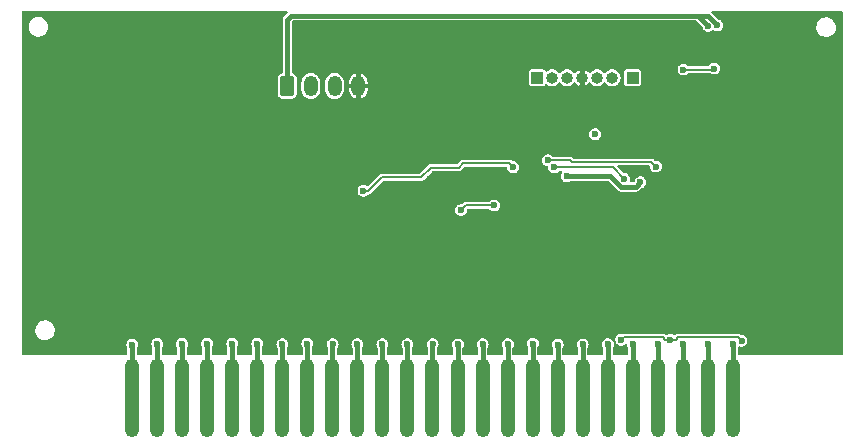
<source format=gbr>
%TF.GenerationSoftware,KiCad,Pcbnew,(6.99.0-5157-g987eb4b46a-dirty)*%
%TF.CreationDate,2022-12-28T16:32:46-05:00*%
%TF.ProjectId,controller,636f6e74-726f-46c6-9c65-722e6b696361,rev?*%
%TF.SameCoordinates,PX3cfccb0PYa197300*%
%TF.FileFunction,Copper,L2,Bot*%
%TF.FilePolarity,Positive*%
%FSLAX46Y46*%
G04 Gerber Fmt 4.6, Leading zero omitted, Abs format (unit mm)*
G04 Created by KiCad (PCBNEW (6.99.0-5157-g987eb4b46a-dirty)) date 2022-12-28 16:32:46*
%MOMM*%
%LPD*%
G01*
G04 APERTURE LIST*
G04 Aperture macros list*
%AMRoundRect*
0 Rectangle with rounded corners*
0 $1 Rounding radius*
0 $2 $3 $4 $5 $6 $7 $8 $9 X,Y pos of 4 corners*
0 Add a 4 corners polygon primitive as box body*
4,1,4,$2,$3,$4,$5,$6,$7,$8,$9,$2,$3,0*
0 Add four circle primitives for the rounded corners*
1,1,$1+$1,$2,$3*
1,1,$1+$1,$4,$5*
1,1,$1+$1,$6,$7*
1,1,$1+$1,$8,$9*
0 Add four rect primitives between the rounded corners*
20,1,$1+$1,$2,$3,$4,$5,0*
20,1,$1+$1,$4,$5,$6,$7,0*
20,1,$1+$1,$6,$7,$8,$9,0*
20,1,$1+$1,$8,$9,$2,$3,0*%
G04 Aperture macros list end*
%TA.AperFunction,ComponentPad*%
%ADD10R,1.000000X1.000000*%
%TD*%
%TA.AperFunction,ComponentPad*%
%ADD11O,1.000000X1.000000*%
%TD*%
%TA.AperFunction,ComponentPad*%
%ADD12O,1.200000X1.750000*%
%TD*%
%TA.AperFunction,ComponentPad*%
%ADD13RoundRect,0.250000X-0.350000X-0.625000X0.350000X-0.625000X0.350000X0.625000X-0.350000X0.625000X0*%
%TD*%
%TA.AperFunction,SMDPad,CuDef*%
%ADD14O,1.220000X6.660000*%
%TD*%
%TA.AperFunction,ViaPad*%
%ADD15C,0.600000*%
%TD*%
%TA.AperFunction,Conductor*%
%ADD16C,0.200000*%
%TD*%
%TA.AperFunction,Conductor*%
%ADD17C,0.170000*%
%TD*%
%TA.AperFunction,Conductor*%
%ADD18C,0.400000*%
%TD*%
G04 APERTURE END LIST*
D10*
%TO.P,J4,1,Pin_1*%
%TO.N,+3.3VA*%
X51801659Y31703419D03*
%TD*%
D11*
%TO.P,J6,6,Pin_6*%
%TO.N,GPIO_PB4*%
X50078219Y31703419D03*
%TO.P,J6,5,Pin_5*%
%TO.N,GPIO_PB3*%
X48808219Y31703419D03*
%TO.P,J6,4,Pin_4*%
%TO.N,GND*%
X47538219Y31703419D03*
%TO.P,J6,3,Pin_3*%
%TO.N,GPIO_PD2*%
X46268219Y31703419D03*
%TO.P,J6,2,Pin_2*%
%TO.N,GPIO_PA14*%
X44998219Y31703419D03*
D10*
%TO.P,J6,1,Pin_1*%
%TO.N,GPIO_PA15*%
X43728219Y31703419D03*
%TD*%
D12*
%TO.P,J3,4,Pin_4*%
%TO.N,GND*%
X28567479Y31004919D03*
%TO.P,J3,3,Pin_3*%
%TO.N,SOLENOID_ENABLE*%
X26567479Y31004919D03*
%TO.P,J3,2,Pin_2*%
%TO.N,SOLENOID_TRIGGER_CAN_RX_BL*%
X24567479Y31004919D03*
D13*
%TO.P,J3,1,Pin_1*%
%TO.N,VBUS*%
X22567480Y31004920D03*
%TD*%
D14*
%TO.P,J1,1,Pin_1*%
%TO.N,MEMBRANE1_PA10*%
X60299999Y4589999D03*
%TO.P,J1,2,Pin_2*%
%TO.N,MEMBRANE2*%
X58179999Y4589999D03*
%TO.P,J1,3,Pin_3*%
%TO.N,MEMBRANE3*%
X56059999Y4589999D03*
%TO.P,J1,4,Pin_4*%
%TO.N,MEMBRANE4_PC9*%
X53939999Y4589999D03*
%TO.P,J1,5,Pin_5*%
%TO.N,MEMBRANE5*%
X51819999Y4589999D03*
%TO.P,J1,6,Pin_6*%
%TO.N,MEMBRANE6_PC7*%
X49699999Y4589999D03*
%TO.P,J1,7,Pin_7*%
%TO.N,MEMBRANE7*%
X47579999Y4589999D03*
%TO.P,J1,8,Pin_8*%
%TO.N,MEMBRANE8*%
X45459999Y4589999D03*
%TO.P,J1,9,Pin_9*%
%TO.N,MEMBRANE9*%
X43339999Y4589999D03*
%TO.P,J1,10,Pin_10*%
%TO.N,MEMBRANE10*%
X41219999Y4589999D03*
%TO.P,J1,11,Pin_11*%
%TO.N,MEMBRANE11*%
X39099999Y4589999D03*
%TO.P,J1,12,Pin_12*%
%TO.N,MEMBRANE12*%
X36979999Y4589999D03*
%TO.P,J1,13,Pin_13*%
%TO.N,MEMBRANE13*%
X34859999Y4589999D03*
%TO.P,J1,14,Pin_14*%
%TO.N,MEMBRANE14*%
X32739999Y4589999D03*
%TO.P,J1,15,Pin_15*%
%TO.N,MEMBRANE15*%
X30619999Y4589999D03*
%TO.P,J1,16,Pin_16*%
%TO.N,MEMBRANE16*%
X28499999Y4589999D03*
%TO.P,J1,17,Pin_17*%
%TO.N,MEMBRANE17*%
X26379999Y4589999D03*
%TO.P,J1,18,Pin_18*%
%TO.N,MEMBRANE18*%
X24259999Y4589999D03*
%TO.P,J1,19,Pin_19*%
%TO.N,MEMBRANE19_PA5*%
X22139999Y4589999D03*
%TO.P,J1,20,Pin_20*%
%TO.N,MEMBRANE20*%
X20019999Y4589999D03*
%TO.P,J1,21,Pin_21*%
%TO.N,MEMBRANE21*%
X17899999Y4589999D03*
%TO.P,J1,22,Pin_22*%
%TO.N,MEMBRANE22*%
X15779999Y4589999D03*
%TO.P,J1,23,Pin_23*%
%TO.N,MEMBRANE23*%
X13659999Y4589999D03*
%TO.P,J1,24,Pin_24*%
%TO.N,MEMBRANE24*%
X11539999Y4589999D03*
%TO.P,J1,25,Pin_25*%
%TO.N,MEMBRANE25*%
X9419999Y4589999D03*
%TD*%
D15*
%TO.N,unconnected-(J5-MountPin)*%
X58710000Y32480000D03*
X56110000Y32400000D03*
%TO.N,unconnected-(U2-VSS)_3*%
X48638040Y26933300D03*
%TO.N,GND*%
X39402600Y30032100D03*
X28760000Y27547980D03*
X29682020Y30575660D03*
X34665500Y25175620D03*
X34680740Y22450200D03*
X50847840Y28002640D03*
X60300000Y25400000D03*
X3310600Y34475406D03*
X3310600Y32126754D03*
X27708440Y29663800D03*
X26461300Y27700380D03*
X25234480Y29191360D03*
X62783300Y23965564D03*
X62783300Y22033132D03*
X62783300Y20100700D03*
X64022820Y18660520D03*
X61498060Y18652900D03*
X61536160Y21561200D03*
X65696680Y12737240D03*
X67461980Y11368180D03*
X69034240Y12699140D03*
X65657310Y10296300D03*
X66882860Y10296300D03*
X64431760Y10296300D03*
X62841720Y33767170D03*
X62841720Y31803750D03*
X65150580Y32800700D03*
X65115020Y34860640D03*
X65076920Y30598520D03*
X62841720Y30822040D03*
X68163020Y30278480D03*
X66895560Y29018640D03*
X38843800Y27974700D03*
X35181120Y22081900D03*
X35859300Y15711580D03*
X35859300Y13699900D03*
X37027700Y16900300D03*
X25864400Y34731100D03*
X44231140Y21957440D03*
X37599200Y25127360D03*
X35770400Y29386940D03*
X29867440Y31157320D03*
X47510280Y17507360D03*
X34678200Y20463920D03*
X41038360Y30113380D03*
X40139200Y23006460D03*
X40507500Y21977760D03*
X40934220Y20047360D03*
X41071380Y20997320D03*
X38225000Y23840000D03*
X35203980Y23473820D03*
X45625600Y22272400D03*
X44607060Y25526140D03*
X52585200Y25488040D03*
X53474200Y23478900D03*
X57310000Y23820000D03*
X39472450Y27974700D03*
X63149060Y26618340D03*
X64055840Y25330560D03*
X66816820Y9031380D03*
X28777780Y29633320D03*
X37289320Y31835500D03*
X23385360Y34482180D03*
X21772460Y34474560D03*
X23281220Y36140000D03*
X23283760Y32638140D03*
X21856280Y32666080D03*
X32356640Y34687920D03*
X53275040Y35772500D03*
X52746720Y36229700D03*
X51928840Y36181440D03*
X52110220Y33336640D03*
X34515640Y30380080D03*
X26443520Y28556360D03*
X27098840Y29765400D03*
X26044740Y29300580D03*
X16923600Y29747620D03*
X4731600Y33301080D03*
X3310600Y33301080D03*
X39455940Y20293740D03*
X45955800Y25310240D03*
X45351280Y23298560D03*
X63395440Y14169800D03*
X64468590Y14169800D03*
X65541740Y14169800D03*
X63395440Y15909700D03*
X64468590Y15909700D03*
X65541740Y15909700D03*
X65681440Y11713620D03*
X60918940Y21558660D03*
X60517620Y18655440D03*
X35859300Y14705740D03*
X35013480Y15076580D03*
X35013480Y14038990D03*
X39440700Y25090000D03*
X38206260Y25090000D03*
X39440700Y23865000D03*
X42255020Y23532240D03*
X42249940Y24748900D03*
X40931680Y23862440D03*
X41551440Y25051160D03*
X35511320Y31990440D03*
X40101100Y27974700D03*
X38843800Y27365100D03*
X39472450Y27365100D03*
X40101100Y27365100D03*
X31239040Y21403720D03*
X33469160Y21401180D03*
X32336320Y21319900D03*
X32357480Y22385000D03*
X30126520Y21279260D03*
X40304300Y25094340D03*
X40217940Y23834500D03*
X37583960Y23755760D03*
X62783300Y21066916D03*
X62783300Y22999348D03*
X62783300Y24931780D03*
X60149320Y21586600D03*
X66677120Y9727340D03*
X67530560Y8957720D03*
X68307800Y8957720D03*
X62841720Y32785460D03*
X62841720Y34748880D03*
X62216880Y23479408D03*
X62216880Y25411840D03*
X62216880Y21546976D03*
X62216880Y24445624D03*
X62216880Y22513192D03*
X68907240Y13857380D03*
X65044535Y10296300D03*
X66270085Y10296300D03*
X49750560Y27918820D03*
X48632960Y26173840D03*
X64048220Y30626460D03*
X31853720Y31170020D03*
X31833400Y30123540D03*
X28822920Y28665000D03*
X27698280Y27695300D03*
X30865000Y30082240D03*
X31907060Y26443080D03*
X31716560Y28757020D03*
X27660180Y30999840D03*
X27566200Y30258160D03*
X29608360Y31657700D03*
X21850000Y36140000D03*
X34350000Y18215000D03*
X45041400Y18660520D03*
X44403012Y18660520D03*
X43764626Y18660520D03*
X43126240Y18660520D03*
X35188740Y22790560D03*
X34680740Y23141080D03*
X34683280Y21718680D03*
X54027920Y23054720D03*
X54482580Y22607680D03*
X46631440Y14850520D03*
X46006600Y14489840D03*
X46087880Y13600840D03*
X50979920Y26963780D03*
X39295920Y21612000D03*
X46740660Y34583780D03*
X42442980Y34886040D03*
X47540760Y30809340D03*
X47530600Y32582260D03*
X42783340Y32904840D03*
X50136640Y33062320D03*
X59443200Y36824060D03*
X57055600Y36224620D03*
X50746240Y19440300D03*
X52966200Y18185540D03*
X54708640Y20143880D03*
X61886680Y9524140D03*
X56692380Y14934340D03*
X51785100Y10331860D03*
X57103860Y10339480D03*
X59219680Y10326780D03*
X48630420Y9994040D03*
X19724660Y26596060D03*
X17125000Y26765000D03*
X20529840Y26596060D03*
X22947920Y26596060D03*
X15762820Y31086200D03*
X10050000Y28965000D03*
X8775000Y28215000D03*
X14775000Y33215000D03*
X25550000Y19990000D03*
X27825000Y19990000D03*
X26700000Y18965000D03*
X25800000Y17790000D03*
X24700000Y19040000D03*
X24750000Y16640000D03*
X10850000Y15915000D03*
X9750000Y17215000D03*
X5050000Y19040000D03*
X6000000Y18140000D03*
X7025000Y18640000D03*
X9325000Y14990000D03*
X6675000Y14990000D03*
X6675000Y13715000D03*
X9325000Y13715000D03*
X9325000Y12440000D03*
X6675000Y12440000D03*
X6675000Y11165000D03*
X9325000Y11165000D03*
X8025000Y10365000D03*
X8025000Y15840000D03*
X14030000Y22220000D03*
X18275000Y24815000D03*
X14625000Y24715000D03*
X24390000Y24470000D03*
X14020000Y16160000D03*
X9680000Y26250000D03*
X28190000Y22640000D03*
X9620000Y19260000D03*
X12250000Y21200000D03*
X17130000Y32930000D03*
X18590000Y13470000D03*
%TO.N,+3.3VA*%
X37289320Y20504560D03*
X40070620Y20888100D03*
X46223260Y23370394D03*
X52463280Y22864220D03*
X50837680Y9526680D03*
X61024164Y9433096D03*
X55003280Y9526680D03*
%TO.N,VBUS*%
X58975840Y36135720D03*
X58211300Y36100160D03*
%TO.N,MEMBRANE10*%
X41239020Y9145680D03*
%TO.N,MEMBRANE9*%
X43354840Y9193940D03*
%TO.N,MEMBRANE8*%
X45457960Y9115200D03*
%TO.N,MEMBRANE7*%
X47578860Y9125360D03*
%TO.N,MEMBRANE5*%
X51823200Y9125360D03*
%TO.N,MEMBRANE25*%
X9440760Y9112660D03*
%TO.N,MEMBRANE16*%
X28490760Y9145680D03*
%TO.N,MEMBRANE15*%
X30619280Y9135520D03*
%TO.N,MEMBRANE14*%
X32740180Y9135520D03*
%TO.N,MEMBRANE13*%
X34866160Y9150760D03*
%TO.N,MEMBRANE12*%
X36999760Y9120280D03*
%TO.N,MEMBRANE11*%
X39100340Y9140600D03*
%TO.N,MEMBRANE3*%
X56090400Y9163460D03*
%TO.N,MEMBRANE2*%
X58180820Y9140600D03*
%TO.N,MEMBRANE24*%
X11559120Y9168540D03*
%TO.N,MEMBRANE23*%
X13662240Y9171080D03*
%TO.N,MEMBRANE22*%
X15785680Y9199020D03*
%TO.N,MEMBRANE21*%
X17909120Y9183780D03*
%TO.N,MEMBRANE20*%
X20022400Y9201560D03*
%TO.N,MEMBRANE18*%
X24261660Y9191400D03*
%TO.N,MEMBRANE17*%
X26397800Y9132980D03*
%TO.N,MEMBRANE1_PA10*%
X60311880Y9140600D03*
%TO.N,MEMBRANE4_PC9*%
X53949180Y9155840D03*
%TO.N,MEMBRANE19_PA5*%
X22148380Y9150760D03*
%TO.N,MEMBRANE6_PC7*%
X49699760Y9127900D03*
%TO.N,/LD3R*%
X53771944Y24188465D03*
X44641813Y24705810D03*
%TO.N,/BottomLightsGround*%
X29014000Y22120000D03*
X51112000Y23136000D03*
X41691140Y24139300D03*
X45163320Y24139300D03*
%TD*%
D16*
%TO.N,unconnected-(J5-MountPin)*%
X58630000Y32400000D02*
X58710000Y32480000D01*
X56110000Y32400000D02*
X58630000Y32400000D01*
D17*
%TO.N,/LD3R*%
X53771944Y24188465D02*
X53390409Y24570000D01*
X53390409Y24570000D02*
X46630000Y24570000D01*
X46630000Y24570000D02*
X46494190Y24705810D01*
X46494190Y24705810D02*
X44641813Y24705810D01*
%TO.N,+3.3VA*%
X37672860Y20888100D02*
X40070620Y20888100D01*
X37289320Y20504560D02*
X37672860Y20888100D01*
D18*
X49886004Y23370394D02*
X49575704Y23370394D01*
X50790399Y22465999D02*
X49886004Y23370394D01*
X49575704Y23370394D02*
X46223260Y23370394D01*
X52065059Y22465999D02*
X50790399Y22465999D01*
X52463280Y22864220D02*
X52065059Y22465999D01*
D17*
X51044095Y9733095D02*
X50837680Y9526680D01*
X61024164Y9433096D02*
X60724165Y9733095D01*
X60724165Y9733095D02*
X56071945Y9733095D01*
X53617115Y9733095D02*
X51044095Y9733095D01*
X54567750Y9526680D02*
X54361335Y9733095D01*
X55003280Y9526680D02*
X54567750Y9526680D01*
X54361335Y9733095D02*
X53617115Y9733095D01*
X55468100Y9526680D02*
X55674515Y9733095D01*
X55003280Y9526680D02*
X55468100Y9526680D01*
X56071945Y9733095D02*
X55674515Y9733095D01*
D18*
%TO.N,VBUS*%
X22567480Y31004920D02*
X22567480Y35086700D01*
X24445770Y36964990D02*
X24862330Y36964990D01*
X22567480Y36610700D02*
X22921770Y36964990D01*
X22567480Y35086700D02*
X22567480Y36610700D01*
X24862330Y36964990D02*
X22921770Y36964990D01*
X22567480Y36610700D02*
X22567480Y36620860D01*
X24862330Y36964990D02*
X53090930Y36964990D01*
X58975840Y36135720D02*
X58199830Y36911730D01*
X57346470Y36964990D02*
X57282890Y36964990D01*
X58211300Y36100160D02*
X57346470Y36964990D01*
X58146570Y36964990D02*
X58199830Y36911730D01*
X56685990Y36964990D02*
X58146570Y36964990D01*
X53090930Y36964990D02*
X56685990Y36964990D01*
X56685990Y36964990D02*
X57282890Y36964990D01*
D17*
%TO.N,MEMBRANE10*%
X41220000Y7260000D02*
X41240000Y7280000D01*
D18*
X41220000Y9126660D02*
X41239020Y9145680D01*
X41220000Y4590000D02*
X41220000Y9126660D01*
D17*
%TO.N,MEMBRANE9*%
X43340000Y7230000D02*
X43350000Y7240000D01*
D18*
X43340000Y9179100D02*
X43354840Y9193940D01*
X43340000Y4590000D02*
X43340000Y9179100D01*
%TO.N,MEMBRANE8*%
X45460000Y9113160D02*
X45457960Y9115200D01*
X45460000Y4590000D02*
X45460000Y9113160D01*
D17*
%TO.N,MEMBRANE7*%
X47580000Y7260000D02*
X47610000Y7290000D01*
X47580000Y4590000D02*
X47580000Y7260000D01*
D18*
X47580000Y9124220D02*
X47578860Y9125360D01*
X47580000Y4590000D02*
X47580000Y9124220D01*
D17*
%TO.N,MEMBRANE5*%
X51820000Y7220000D02*
X51850000Y7250000D01*
D18*
X51820000Y9122160D02*
X51823200Y9125360D01*
X51820000Y4590000D02*
X51820000Y9122160D01*
D17*
%TO.N,MEMBRANE25*%
X9420000Y7280000D02*
X9440000Y7300000D01*
D18*
X9420000Y9091900D02*
X9440760Y9112660D01*
X9420000Y4590000D02*
X9420000Y9091900D01*
D17*
%TO.N,MEMBRANE16*%
X28500000Y7310000D02*
X28490000Y7320000D01*
D18*
X28500000Y9136440D02*
X28490760Y9145680D01*
X28500000Y4590000D02*
X28500000Y9136440D01*
D17*
%TO.N,MEMBRANE15*%
X30620000Y7280000D02*
X30640000Y7300000D01*
D18*
X30620000Y9134800D02*
X30619280Y9135520D01*
X30620000Y4590000D02*
X30620000Y9134800D01*
D17*
%TO.N,MEMBRANE14*%
X32740000Y7300000D02*
X32730000Y7310000D01*
D18*
X32740000Y9135340D02*
X32740180Y9135520D01*
X32740000Y4590000D02*
X32740000Y9135340D01*
%TO.N,MEMBRANE13*%
X34860000Y9144600D02*
X34866160Y9150760D01*
X34860000Y4590000D02*
X34860000Y9144600D01*
D17*
%TO.N,MEMBRANE12*%
X36980000Y7250000D02*
X37000000Y7270000D01*
D18*
X36980000Y9100520D02*
X36999760Y9120280D01*
X36980000Y4590000D02*
X36980000Y9100520D01*
%TO.N,MEMBRANE11*%
X39100000Y9140260D02*
X39100340Y9140600D01*
X39100000Y4590000D02*
X39100000Y9140260D01*
D17*
%TO.N,MEMBRANE3*%
X56060000Y7220000D02*
X56090000Y7250000D01*
D18*
X56060000Y9133060D02*
X56090400Y9163460D01*
X56060000Y4590000D02*
X56060000Y9133060D01*
%TO.N,MEMBRANE2*%
X58180000Y9139780D02*
X58180820Y9140600D01*
X58180000Y4590000D02*
X58180000Y9139780D01*
D17*
%TO.N,MEMBRANE24*%
X11540000Y7250000D02*
X11560000Y7270000D01*
D18*
X11540000Y9149420D02*
X11559120Y9168540D01*
X11540000Y4590000D02*
X11540000Y9149420D01*
%TO.N,MEMBRANE23*%
X13660000Y9168840D02*
X13662240Y9171080D01*
X13660000Y4590000D02*
X13660000Y9168840D01*
D17*
%TO.N,MEMBRANE22*%
X15780000Y7300000D02*
X15790000Y7310000D01*
D18*
X15780000Y9193340D02*
X15785680Y9199020D01*
X15780000Y4590000D02*
X15780000Y9193340D01*
D17*
%TO.N,MEMBRANE21*%
X17900000Y7240000D02*
X17920000Y7260000D01*
D18*
X17900000Y9174660D02*
X17909120Y9183780D01*
X17900000Y4590000D02*
X17900000Y9174660D01*
D17*
%TO.N,MEMBRANE20*%
X20020000Y7280000D02*
X20030000Y7290000D01*
D18*
X20020000Y9199160D02*
X20022400Y9201560D01*
X20020000Y4590000D02*
X20020000Y9199160D01*
D17*
%TO.N,MEMBRANE18*%
X24260000Y7260000D02*
X24250000Y7270000D01*
D18*
X24260000Y9189740D02*
X24261660Y9191400D01*
X24260000Y4590000D02*
X24260000Y9189740D01*
D17*
%TO.N,MEMBRANE17*%
X26380000Y7270000D02*
X26400000Y7290000D01*
D18*
X26380000Y9115180D02*
X26397800Y9132980D01*
X26380000Y4590000D02*
X26380000Y9115180D01*
D17*
%TO.N,MEMBRANE1_PA10*%
X60300000Y7230000D02*
X60310000Y7240000D01*
D18*
X60300000Y9128720D02*
X60311880Y9140600D01*
X60300000Y4590000D02*
X60300000Y9128720D01*
D17*
%TO.N,MEMBRANE4_PC9*%
X53940000Y7230000D02*
X53950000Y7240000D01*
D18*
X53940000Y9146660D02*
X53949180Y9155840D01*
X53940000Y4590000D02*
X53940000Y9146660D01*
%TO.N,MEMBRANE19_PA5*%
X22140000Y9142380D02*
X22148380Y9150760D01*
X22140000Y4590000D02*
X22140000Y9142380D01*
D17*
%TO.N,MEMBRANE6_PC7*%
X49700000Y7220000D02*
X49710000Y7230000D01*
D18*
X49700000Y9127660D02*
X49699760Y9127900D01*
X49700000Y4590000D02*
X49700000Y9127660D01*
D17*
%TO.N,/BottomLightsGround*%
X45164417Y24138203D02*
X45163320Y24139300D01*
D16*
X50108700Y24139300D02*
X51112000Y23136000D01*
X45163320Y24139300D02*
X50108700Y24139300D01*
X29438264Y22120000D02*
X30593964Y23275700D01*
X29014000Y22120000D02*
X29438264Y22120000D01*
X30593964Y23275700D02*
X33893340Y23275700D01*
X33893340Y23275700D02*
X34706140Y24088500D01*
X34706140Y24088500D02*
X37063260Y24088500D01*
X37063260Y24088500D02*
X37443001Y24468241D01*
X37443001Y24468241D02*
X41362199Y24468241D01*
X41362199Y24468241D02*
X41691140Y24139300D01*
%TD*%
%TA.AperFunction,Conductor*%
%TO.N,GND*%
G36*
X22568761Y37320343D02*
G01*
X22599699Y37282645D01*
X22604479Y37234112D01*
X22581490Y37191103D01*
X22359257Y36968872D01*
X22338003Y36953428D01*
X22335025Y36951911D01*
X22335019Y36951907D01*
X22329138Y36948910D01*
X22324469Y36944242D01*
X22324466Y36944239D01*
X22244103Y36863876D01*
X22244100Y36863873D01*
X22239430Y36859202D01*
X22236431Y36853318D01*
X22236429Y36853314D01*
X22208712Y36798918D01*
X22208711Y36798915D01*
X22207611Y36796755D01*
X22206184Y36794790D01*
X22205433Y36792481D01*
X22204327Y36790312D01*
X22204327Y36790311D01*
X22184833Y36752052D01*
X22184831Y36752047D01*
X22181834Y36746164D01*
X22180801Y36739647D01*
X22180798Y36739635D01*
X22174734Y36701348D01*
X22171660Y36688539D01*
X22169022Y36680421D01*
X22169021Y36680415D01*
X22166980Y36674133D01*
X22166980Y36667522D01*
X22166980Y32149134D01*
X22151487Y32100526D01*
X22110724Y32069848D01*
X22036952Y32044034D01*
X22004598Y32032713D01*
X21999538Y32028980D01*
X21999531Y32028975D01*
X21900395Y31955809D01*
X21900391Y31955806D01*
X21895330Y31952070D01*
X21891594Y31947009D01*
X21891591Y31947005D01*
X21818425Y31847869D01*
X21818420Y31847862D01*
X21814687Y31842802D01*
X21812608Y31836862D01*
X21812607Y31836859D01*
X21771522Y31719446D01*
X21771520Y31719439D01*
X21769834Y31714619D01*
X21769357Y31709535D01*
X21769356Y31709529D01*
X21768311Y31698380D01*
X21766980Y31684186D01*
X21766980Y30325654D01*
X21767163Y30323703D01*
X21769356Y30300312D01*
X21769356Y30300308D01*
X21769834Y30295221D01*
X21771520Y30290401D01*
X21771522Y30290395D01*
X21812607Y30172982D01*
X21814687Y30167038D01*
X21818422Y30161977D01*
X21818425Y30161972D01*
X21891591Y30062836D01*
X21895330Y30057770D01*
X21900395Y30054032D01*
X21999531Y29980866D01*
X21999533Y29980865D01*
X22004598Y29977127D01*
X22132781Y29932274D01*
X22163214Y29929420D01*
X22969786Y29929420D01*
X22971746Y29929420D01*
X23002179Y29932274D01*
X23130362Y29977127D01*
X23239630Y30057770D01*
X23320273Y30167038D01*
X23365126Y30295221D01*
X23367980Y30325654D01*
X23367980Y30684966D01*
X23766980Y30684966D01*
X23767242Y30682638D01*
X23767243Y30682626D01*
X23781584Y30555349D01*
X23782112Y30550665D01*
X23783668Y30546217D01*
X23783669Y30546215D01*
X23840130Y30384857D01*
X23840132Y30384852D01*
X23841691Y30380398D01*
X23937664Y30227658D01*
X24065218Y30100104D01*
X24217958Y30004131D01*
X24388225Y29944552D01*
X24567480Y29924355D01*
X24746735Y29944552D01*
X24917002Y30004131D01*
X25069742Y30100104D01*
X25197296Y30227658D01*
X25293269Y30380398D01*
X25352848Y30550665D01*
X25367980Y30684966D01*
X25766980Y30684966D01*
X25767242Y30682638D01*
X25767243Y30682626D01*
X25781584Y30555349D01*
X25782112Y30550665D01*
X25783668Y30546217D01*
X25783669Y30546215D01*
X25840130Y30384857D01*
X25840132Y30384852D01*
X25841691Y30380398D01*
X25937664Y30227658D01*
X26065218Y30100104D01*
X26217958Y30004131D01*
X26388225Y29944552D01*
X26567480Y29924355D01*
X26746735Y29944552D01*
X26917002Y30004131D01*
X27069742Y30100104D01*
X27197296Y30227658D01*
X27293269Y30380398D01*
X27352848Y30550665D01*
X27367980Y30684966D01*
X27367980Y30687351D01*
X27767480Y30687351D01*
X27767743Y30682654D01*
X27782075Y30555461D01*
X27784160Y30546327D01*
X27840583Y30385076D01*
X27844655Y30376620D01*
X27935549Y30231964D01*
X27941391Y30224638D01*
X28062197Y30103832D01*
X28069523Y30097990D01*
X28214179Y30007096D01*
X28222635Y30003024D01*
X28354770Y29956789D01*
X28364452Y29956608D01*
X28367480Y29965806D01*
X28767480Y29965806D01*
X28770507Y29956608D01*
X28780189Y29956789D01*
X28912324Y30003024D01*
X28920780Y30007096D01*
X29065436Y30097990D01*
X29072762Y30103832D01*
X29193568Y30224638D01*
X29199410Y30231964D01*
X29290304Y30376620D01*
X29294376Y30385076D01*
X29350799Y30546327D01*
X29352884Y30555461D01*
X29367216Y30682654D01*
X29367480Y30687351D01*
X29367480Y30793860D01*
X29365142Y30802583D01*
X29356420Y30804920D01*
X28778540Y30804920D01*
X28769817Y30802583D01*
X28767480Y30793860D01*
X28767480Y29965806D01*
X28367480Y29965806D01*
X28367480Y30793860D01*
X28365142Y30802583D01*
X28356420Y30804920D01*
X27778540Y30804920D01*
X27769817Y30802583D01*
X27767480Y30793860D01*
X27767480Y30687351D01*
X27367980Y30687351D01*
X27367980Y31183672D01*
X43027720Y31183672D01*
X43028524Y31179629D01*
X43028525Y31179621D01*
X43037739Y31133303D01*
X43039353Y31125189D01*
X43083668Y31058868D01*
X43149989Y31014553D01*
X43208472Y31002920D01*
X44243837Y31002920D01*
X44247968Y31002920D01*
X44306451Y31014553D01*
X44372772Y31058868D01*
X44417087Y31125189D01*
X44418587Y31132731D01*
X44452497Y31172193D01*
X44503555Y31183963D01*
X44551656Y31163183D01*
X44597368Y31122686D01*
X44747995Y31043630D01*
X44913164Y31002920D01*
X45078198Y31002920D01*
X45083276Y31002920D01*
X45248445Y31043630D01*
X45399072Y31122686D01*
X45526403Y31235491D01*
X45564091Y31290092D01*
X45606618Y31322049D01*
X45659818Y31322049D01*
X45702349Y31290090D01*
X45702350Y31290089D01*
X45740037Y31235491D01*
X45867368Y31122686D01*
X46017995Y31043630D01*
X46183164Y31002920D01*
X46348198Y31002920D01*
X46353276Y31002920D01*
X46518445Y31043630D01*
X46669072Y31122686D01*
X46796403Y31235491D01*
X46834394Y31290531D01*
X46876922Y31322490D01*
X46930123Y31322490D01*
X46972654Y31290530D01*
X47007524Y31240011D01*
X47014221Y31232452D01*
X47133851Y31126469D01*
X47142150Y31120740D01*
X47283679Y31046461D01*
X47293104Y31042887D01*
X47325805Y31034827D01*
X47335369Y31035406D01*
X47338220Y31044553D01*
X47738220Y31044553D01*
X47741070Y31035406D01*
X47750634Y31034827D01*
X47783335Y31042887D01*
X47792760Y31046461D01*
X47934289Y31120740D01*
X47942588Y31126469D01*
X48062218Y31232452D01*
X48068917Y31240014D01*
X48103785Y31290529D01*
X48146315Y31322490D01*
X48199516Y31322490D01*
X48242045Y31290532D01*
X48280037Y31235491D01*
X48407368Y31122686D01*
X48557995Y31043630D01*
X48723164Y31002920D01*
X48888198Y31002920D01*
X48893276Y31002920D01*
X49058445Y31043630D01*
X49209072Y31122686D01*
X49336403Y31235491D01*
X49374091Y31290092D01*
X49416618Y31322049D01*
X49469818Y31322049D01*
X49512349Y31290090D01*
X49512350Y31290089D01*
X49550037Y31235491D01*
X49677368Y31122686D01*
X49827995Y31043630D01*
X49993164Y31002920D01*
X50158198Y31002920D01*
X50163276Y31002920D01*
X50328445Y31043630D01*
X50479072Y31122686D01*
X50547911Y31183672D01*
X51101160Y31183672D01*
X51101964Y31179629D01*
X51101965Y31179621D01*
X51111179Y31133303D01*
X51112793Y31125189D01*
X51157108Y31058868D01*
X51223429Y31014553D01*
X51281912Y31002920D01*
X52317277Y31002920D01*
X52321408Y31002920D01*
X52379891Y31014553D01*
X52446212Y31058868D01*
X52490527Y31125189D01*
X52502160Y31183672D01*
X52502160Y32223168D01*
X52490527Y32281651D01*
X52446212Y32347972D01*
X52427642Y32360380D01*
X52386769Y32387691D01*
X52379891Y32392287D01*
X52371013Y32394053D01*
X52341118Y32400000D01*
X55604353Y32400000D01*
X55605208Y32394053D01*
X55621552Y32280372D01*
X55624835Y32257543D01*
X55627329Y32252082D01*
X55666263Y32166828D01*
X55684623Y32126627D01*
X55688557Y32122087D01*
X55774934Y32022401D01*
X55774936Y32022399D01*
X55778872Y32017857D01*
X55899947Y31940047D01*
X56038039Y31899500D01*
X56175951Y31899500D01*
X56181961Y31899500D01*
X56320053Y31940047D01*
X56441128Y32017857D01*
X56486750Y32070509D01*
X56515338Y32091909D01*
X56550233Y32099500D01*
X58351651Y32099500D01*
X58397065Y32086165D01*
X58399888Y32084351D01*
X58499947Y32020047D01*
X58638039Y31979500D01*
X58775951Y31979500D01*
X58781961Y31979500D01*
X58920053Y32020047D01*
X59041128Y32097857D01*
X59135377Y32206627D01*
X59195165Y32337543D01*
X59215647Y32480000D01*
X59195165Y32622457D01*
X59135377Y32753373D01*
X59041128Y32862143D01*
X59036071Y32865393D01*
X59036070Y32865394D01*
X58980590Y32901048D01*
X58920053Y32939953D01*
X58914285Y32941647D01*
X58914282Y32941648D01*
X58787729Y32978807D01*
X58787724Y32978808D01*
X58781961Y32980500D01*
X58638039Y32980500D01*
X58632276Y32978808D01*
X58632270Y32978807D01*
X58505717Y32941648D01*
X58505712Y32941646D01*
X58499947Y32939953D01*
X58494889Y32936703D01*
X58494888Y32936702D01*
X58383929Y32865394D01*
X58383924Y32865390D01*
X58378872Y32862143D01*
X58374940Y32857606D01*
X58374934Y32857600D01*
X58288557Y32757914D01*
X58288554Y32757911D01*
X58284623Y32753373D01*
X58282128Y32747911D01*
X58278878Y32742853D01*
X58277704Y32743608D01*
X58251909Y32713836D01*
X58206493Y32700500D01*
X56550233Y32700500D01*
X56515338Y32708091D01*
X56486750Y32729492D01*
X56445065Y32777600D01*
X56445063Y32777602D01*
X56441128Y32782143D01*
X56436071Y32785393D01*
X56436070Y32785394D01*
X56380590Y32821048D01*
X56320053Y32859953D01*
X56314285Y32861647D01*
X56314282Y32861648D01*
X56187729Y32898807D01*
X56187724Y32898808D01*
X56181961Y32900500D01*
X56038039Y32900500D01*
X56032276Y32898808D01*
X56032270Y32898807D01*
X55905717Y32861648D01*
X55905712Y32861646D01*
X55899947Y32859953D01*
X55894889Y32856703D01*
X55894888Y32856702D01*
X55783929Y32785394D01*
X55783924Y32785390D01*
X55778872Y32782143D01*
X55774940Y32777606D01*
X55774934Y32777600D01*
X55688557Y32677914D01*
X55688554Y32677911D01*
X55684623Y32673373D01*
X55682129Y32667913D01*
X55682127Y32667909D01*
X55661370Y32622457D01*
X55624835Y32542457D01*
X55623981Y32536518D01*
X55623980Y32536514D01*
X55616710Y32485947D01*
X55604353Y32400000D01*
X52341118Y32400000D01*
X52325459Y32403115D01*
X52325451Y32403116D01*
X52321408Y32403920D01*
X51281912Y32403920D01*
X51277869Y32403116D01*
X51277860Y32403115D01*
X51231542Y32393901D01*
X51231540Y32393901D01*
X51223429Y32392287D01*
X51216551Y32387692D01*
X51216550Y32387691D01*
X51163988Y32352570D01*
X51163985Y32352568D01*
X51157108Y32347972D01*
X51152512Y32341095D01*
X51152510Y32341092D01*
X51117389Y32288530D01*
X51112793Y32281651D01*
X51111179Y32273540D01*
X51111179Y32273538D01*
X51101965Y32227220D01*
X51101964Y32227211D01*
X51101160Y32223168D01*
X51101160Y31183672D01*
X50547911Y31183672D01*
X50606403Y31235491D01*
X50703038Y31375490D01*
X50763360Y31534548D01*
X50783865Y31703420D01*
X50763360Y31872292D01*
X50753041Y31899500D01*
X50735025Y31947005D01*
X50703038Y32031350D01*
X50606403Y32171349D01*
X50479072Y32284154D01*
X50328445Y32363210D01*
X50323518Y32364425D01*
X50323514Y32364426D01*
X50168207Y32402705D01*
X50168204Y32402706D01*
X50163276Y32403920D01*
X49993164Y32403920D01*
X49988236Y32402706D01*
X49988232Y32402705D01*
X49832925Y32364426D01*
X49832918Y32364424D01*
X49827995Y32363210D01*
X49823503Y32360853D01*
X49823499Y32360851D01*
X49681868Y32286516D01*
X49677368Y32284154D01*
X49673567Y32280788D01*
X49673563Y32280784D01*
X49553840Y32174719D01*
X49553836Y32174716D01*
X49550037Y32171349D01*
X49547153Y32167172D01*
X49547153Y32167171D01*
X49512349Y32116750D01*
X49469818Y32084792D01*
X49416618Y32084792D01*
X49374089Y32116751D01*
X49336403Y32171349D01*
X49209072Y32284154D01*
X49058445Y32363210D01*
X49053518Y32364425D01*
X49053514Y32364426D01*
X48898207Y32402705D01*
X48898204Y32402706D01*
X48893276Y32403920D01*
X48723164Y32403920D01*
X48718236Y32402706D01*
X48718232Y32402705D01*
X48562925Y32364426D01*
X48562918Y32364424D01*
X48557995Y32363210D01*
X48553503Y32360853D01*
X48553499Y32360851D01*
X48411868Y32286516D01*
X48407368Y32284154D01*
X48403567Y32280788D01*
X48403563Y32280784D01*
X48283840Y32174719D01*
X48283836Y32174716D01*
X48280037Y32171349D01*
X48277154Y32167174D01*
X48277150Y32167168D01*
X48242046Y32116310D01*
X48199516Y32084351D01*
X48146315Y32084351D01*
X48103785Y32116311D01*
X48068915Y32166830D01*
X48062218Y32174389D01*
X47942588Y32280372D01*
X47934289Y32286101D01*
X47792760Y32360380D01*
X47783335Y32363954D01*
X47750634Y32372014D01*
X47741070Y32371435D01*
X47738220Y32362287D01*
X47738220Y31044553D01*
X47338220Y31044553D01*
X47338220Y32362287D01*
X47335369Y32371435D01*
X47325805Y32372014D01*
X47293104Y32363954D01*
X47283679Y32360380D01*
X47142150Y32286101D01*
X47133851Y32280372D01*
X47014221Y32174389D01*
X47007523Y32166828D01*
X46972653Y32116310D01*
X46930123Y32084351D01*
X46876922Y32084351D01*
X46834394Y32116310D01*
X46796403Y32171349D01*
X46669072Y32284154D01*
X46518445Y32363210D01*
X46513518Y32364425D01*
X46513514Y32364426D01*
X46358207Y32402705D01*
X46358204Y32402706D01*
X46353276Y32403920D01*
X46183164Y32403920D01*
X46178236Y32402706D01*
X46178232Y32402705D01*
X46022925Y32364426D01*
X46022918Y32364424D01*
X46017995Y32363210D01*
X46013503Y32360853D01*
X46013499Y32360851D01*
X45871868Y32286516D01*
X45867368Y32284154D01*
X45863567Y32280788D01*
X45863563Y32280784D01*
X45743840Y32174719D01*
X45743836Y32174716D01*
X45740037Y32171349D01*
X45737153Y32167172D01*
X45737153Y32167171D01*
X45702349Y32116750D01*
X45659818Y32084792D01*
X45606618Y32084792D01*
X45564089Y32116751D01*
X45526403Y32171349D01*
X45399072Y32284154D01*
X45248445Y32363210D01*
X45243518Y32364425D01*
X45243514Y32364426D01*
X45088207Y32402705D01*
X45088204Y32402706D01*
X45083276Y32403920D01*
X44913164Y32403920D01*
X44908236Y32402706D01*
X44908232Y32402705D01*
X44752925Y32364426D01*
X44752918Y32364424D01*
X44747995Y32363210D01*
X44743503Y32360853D01*
X44743499Y32360851D01*
X44601868Y32286516D01*
X44597368Y32284154D01*
X44593567Y32280788D01*
X44593563Y32280784D01*
X44551655Y32243657D01*
X44503555Y32222878D01*
X44452497Y32234648D01*
X44418587Y32274110D01*
X44417087Y32281651D01*
X44372772Y32347972D01*
X44354202Y32360380D01*
X44313329Y32387691D01*
X44306451Y32392287D01*
X44297573Y32394053D01*
X44252019Y32403115D01*
X44252011Y32403116D01*
X44247968Y32403920D01*
X43208472Y32403920D01*
X43204429Y32403116D01*
X43204420Y32403115D01*
X43158102Y32393901D01*
X43158100Y32393901D01*
X43149989Y32392287D01*
X43143111Y32387692D01*
X43143110Y32387691D01*
X43090548Y32352570D01*
X43090545Y32352568D01*
X43083668Y32347972D01*
X43079072Y32341095D01*
X43079070Y32341092D01*
X43043949Y32288530D01*
X43039353Y32281651D01*
X43037739Y32273540D01*
X43037739Y32273538D01*
X43028525Y32227220D01*
X43028524Y32227211D01*
X43027720Y32223168D01*
X43027720Y31183672D01*
X27367980Y31183672D01*
X27367980Y31215980D01*
X27767480Y31215980D01*
X27769817Y31207258D01*
X27778540Y31204920D01*
X28356420Y31204920D01*
X28365142Y31207258D01*
X28367480Y31215980D01*
X28767480Y31215980D01*
X28769817Y31207258D01*
X28778540Y31204920D01*
X29356420Y31204920D01*
X29365142Y31207258D01*
X29367480Y31215980D01*
X29367480Y31322490D01*
X29367216Y31327187D01*
X29352884Y31454380D01*
X29350799Y31463514D01*
X29294376Y31624765D01*
X29290304Y31633221D01*
X29199410Y31777877D01*
X29193568Y31785203D01*
X29072762Y31906009D01*
X29065436Y31911851D01*
X28920780Y32002745D01*
X28912324Y32006817D01*
X28780189Y32053052D01*
X28770507Y32053233D01*
X28767480Y32044034D01*
X28767480Y31215980D01*
X28367480Y31215980D01*
X28367480Y32044034D01*
X28364452Y32053233D01*
X28354770Y32053052D01*
X28222635Y32006817D01*
X28214179Y32002745D01*
X28069523Y31911851D01*
X28062197Y31906009D01*
X27941391Y31785203D01*
X27935549Y31777877D01*
X27844655Y31633221D01*
X27840583Y31624765D01*
X27784160Y31463514D01*
X27782075Y31454380D01*
X27767743Y31327187D01*
X27767480Y31322490D01*
X27767480Y31215980D01*
X27367980Y31215980D01*
X27367980Y31324874D01*
X27352848Y31459175D01*
X27293269Y31629442D01*
X27197296Y31782182D01*
X27069742Y31909736D01*
X26996417Y31955809D01*
X26920999Y32003198D01*
X26920995Y32003200D01*
X26917002Y32005709D01*
X26912548Y32007268D01*
X26912543Y32007270D01*
X26751185Y32063731D01*
X26751183Y32063732D01*
X26746735Y32065288D01*
X26742053Y32065816D01*
X26742051Y32065816D01*
X26577545Y32084351D01*
X26567480Y32085485D01*
X26557415Y32084351D01*
X26392908Y32065816D01*
X26392904Y32065816D01*
X26388225Y32065288D01*
X26383777Y32063732D01*
X26383774Y32063731D01*
X26222416Y32007270D01*
X26222407Y32007267D01*
X26217958Y32005709D01*
X26213967Y32003202D01*
X26213960Y32003198D01*
X26069209Y31912244D01*
X26065218Y31909736D01*
X26061887Y31906406D01*
X26061883Y31906402D01*
X25940998Y31785517D01*
X25940994Y31785513D01*
X25937664Y31782182D01*
X25935157Y31778193D01*
X25935156Y31778191D01*
X25844202Y31633440D01*
X25844198Y31633433D01*
X25841691Y31629442D01*
X25840133Y31624993D01*
X25840130Y31624984D01*
X25783669Y31463626D01*
X25782112Y31459175D01*
X25781584Y31454496D01*
X25781584Y31454492D01*
X25767243Y31327215D01*
X25767242Y31327202D01*
X25766980Y31324874D01*
X25766980Y30684966D01*
X25367980Y30684966D01*
X25367980Y31324874D01*
X25352848Y31459175D01*
X25293269Y31629442D01*
X25197296Y31782182D01*
X25069742Y31909736D01*
X24996417Y31955809D01*
X24920999Y32003198D01*
X24920995Y32003200D01*
X24917002Y32005709D01*
X24912548Y32007268D01*
X24912543Y32007270D01*
X24751185Y32063731D01*
X24751183Y32063732D01*
X24746735Y32065288D01*
X24742053Y32065816D01*
X24742051Y32065816D01*
X24577545Y32084351D01*
X24567480Y32085485D01*
X24557415Y32084351D01*
X24392908Y32065816D01*
X24392904Y32065816D01*
X24388225Y32065288D01*
X24383777Y32063732D01*
X24383774Y32063731D01*
X24222416Y32007270D01*
X24222407Y32007267D01*
X24217958Y32005709D01*
X24213967Y32003202D01*
X24213960Y32003198D01*
X24069209Y31912244D01*
X24065218Y31909736D01*
X24061887Y31906406D01*
X24061883Y31906402D01*
X23940998Y31785517D01*
X23940994Y31785513D01*
X23937664Y31782182D01*
X23935157Y31778193D01*
X23935156Y31778191D01*
X23844202Y31633440D01*
X23844198Y31633433D01*
X23841691Y31629442D01*
X23840133Y31624993D01*
X23840130Y31624984D01*
X23783669Y31463626D01*
X23782112Y31459175D01*
X23781584Y31454496D01*
X23781584Y31454492D01*
X23767243Y31327215D01*
X23767242Y31327202D01*
X23766980Y31324874D01*
X23766980Y30684966D01*
X23367980Y30684966D01*
X23367980Y31684186D01*
X23365126Y31714619D01*
X23320273Y31842802D01*
X23316535Y31847867D01*
X23316534Y31847869D01*
X23255566Y31930477D01*
X23239630Y31952070D01*
X23234564Y31955809D01*
X23135428Y32028975D01*
X23135423Y32028978D01*
X23130362Y32032713D01*
X23024236Y32069848D01*
X22983473Y32100526D01*
X22967980Y32149134D01*
X22967980Y36410013D01*
X22974374Y36442158D01*
X22992583Y36469410D01*
X23063060Y36539887D01*
X23090312Y36558096D01*
X23122457Y36564490D01*
X24414251Y36564490D01*
X24830811Y36564490D01*
X24893849Y36564490D01*
X53059411Y36564490D01*
X53122449Y36564490D01*
X56654471Y36564490D01*
X56717509Y36564490D01*
X57145783Y36564490D01*
X57177928Y36558096D01*
X57205180Y36539887D01*
X57696083Y36048985D01*
X57719831Y36001544D01*
X57724457Y35969371D01*
X57726135Y35957703D01*
X57728627Y35952246D01*
X57728629Y35952240D01*
X57783427Y35832252D01*
X57785923Y35826787D01*
X57789857Y35822247D01*
X57876234Y35722561D01*
X57876236Y35722559D01*
X57880172Y35718017D01*
X58001247Y35640207D01*
X58139339Y35599660D01*
X58277251Y35599660D01*
X58283261Y35599660D01*
X58421353Y35640207D01*
X58542428Y35718017D01*
X58551137Y35728069D01*
X58583401Y35751045D01*
X58622606Y35756683D01*
X58660037Y35743728D01*
X58765787Y35675767D01*
X58903879Y35635220D01*
X59041791Y35635220D01*
X59047801Y35635220D01*
X59185893Y35675767D01*
X59306968Y35753577D01*
X59401217Y35862347D01*
X59461005Y35993263D01*
X59467142Y36035950D01*
X67353185Y36035950D01*
X67355796Y35987802D01*
X67362597Y35862347D01*
X67362918Y35856439D01*
X67364135Y35852056D01*
X67364136Y35852050D01*
X67402252Y35714770D01*
X67411013Y35683217D01*
X67413142Y35679201D01*
X67413145Y35679194D01*
X67493084Y35528414D01*
X67495221Y35524384D01*
X67498172Y35520910D01*
X67587872Y35415306D01*
X67611605Y35387366D01*
X67754722Y35278571D01*
X67917881Y35203086D01*
X68093453Y35164440D01*
X68225882Y35164440D01*
X68228156Y35164440D01*
X68362061Y35179003D01*
X68532425Y35236405D01*
X68686466Y35329089D01*
X68816982Y35452720D01*
X68917869Y35601517D01*
X68984410Y35768524D01*
X69013495Y35945930D01*
X69003762Y36125441D01*
X68955667Y36298663D01*
X68912352Y36380363D01*
X68873595Y36453467D01*
X68871459Y36457496D01*
X68801476Y36539887D01*
X68758021Y36591046D01*
X68758019Y36591048D01*
X68755075Y36594514D01*
X68611958Y36703309D01*
X68607827Y36705221D01*
X68607824Y36705222D01*
X68452934Y36776881D01*
X68452933Y36776882D01*
X68448799Y36778794D01*
X68444350Y36779774D01*
X68444348Y36779774D01*
X68277671Y36816462D01*
X68277669Y36816463D01*
X68273227Y36817440D01*
X68138524Y36817440D01*
X68136275Y36817196D01*
X68136267Y36817195D01*
X68009145Y36803370D01*
X68009138Y36803369D01*
X68004619Y36802877D01*
X68000306Y36801425D01*
X68000302Y36801423D01*
X67838573Y36746931D01*
X67838564Y36746927D01*
X67834255Y36745475D01*
X67830358Y36743131D01*
X67830351Y36743127D01*
X67684112Y36655137D01*
X67684107Y36655134D01*
X67680214Y36652791D01*
X67676920Y36649672D01*
X67676911Y36649664D01*
X67553001Y36532290D01*
X67552995Y36532284D01*
X67549698Y36529160D01*
X67547147Y36525399D01*
X67547143Y36525393D01*
X67451365Y36384131D01*
X67451362Y36384126D01*
X67448811Y36380363D01*
X67447127Y36376138D01*
X67447125Y36376133D01*
X67383955Y36217587D01*
X67383953Y36217581D01*
X67382270Y36213356D01*
X67381533Y36208864D01*
X67381533Y36208862D01*
X67353922Y36040450D01*
X67353921Y36040444D01*
X67353185Y36035950D01*
X59467142Y36035950D01*
X59481487Y36135720D01*
X59461005Y36278177D01*
X59401217Y36409093D01*
X59356265Y36460971D01*
X59310905Y36513320D01*
X59310902Y36513322D01*
X59306968Y36517863D01*
X59301911Y36521113D01*
X59301910Y36521114D01*
X59244364Y36558096D01*
X59185893Y36595673D01*
X59180125Y36597367D01*
X59180122Y36597368D01*
X59059783Y36632702D01*
X59024051Y36653902D01*
X58486850Y37191103D01*
X58463861Y37234112D01*
X58468641Y37282645D01*
X58499579Y37320343D01*
X58546247Y37334500D01*
X69520500Y37334500D01*
X69562500Y37323246D01*
X69593246Y37292500D01*
X69604500Y37250500D01*
X69604500Y8274000D01*
X69593246Y8232000D01*
X69562500Y8201254D01*
X69520500Y8190000D01*
X60784500Y8190000D01*
X60742500Y8201254D01*
X60711754Y8232000D01*
X60700500Y8274000D01*
X60700500Y8793477D01*
X60705796Y8822832D01*
X60721017Y8848485D01*
X60722305Y8849971D01*
X60737257Y8867227D01*
X60739826Y8872851D01*
X60744393Y8882852D01*
X60758759Y8914312D01*
X60783241Y8945443D01*
X60819269Y8961897D01*
X60858831Y8960013D01*
X60952203Y8932596D01*
X61090115Y8932596D01*
X61096125Y8932596D01*
X61234217Y8973143D01*
X61355292Y9050953D01*
X61449541Y9159723D01*
X61509329Y9290639D01*
X61529811Y9433096D01*
X61509329Y9575553D01*
X61449541Y9706469D01*
X61381121Y9785431D01*
X61359229Y9810696D01*
X61359226Y9810698D01*
X61355292Y9815239D01*
X61350235Y9818489D01*
X61350234Y9818490D01*
X61240822Y9888804D01*
X61234217Y9893049D01*
X61228449Y9894743D01*
X61228446Y9894744D01*
X61101893Y9931903D01*
X61101888Y9931904D01*
X61096125Y9933596D01*
X60961293Y9933596D01*
X60908283Y9952735D01*
X60907338Y9953680D01*
X60904131Y9955877D01*
X60901149Y9958353D01*
X60901227Y9958448D01*
X60897555Y9961358D01*
X60882818Y9974792D01*
X60882815Y9974794D01*
X60877065Y9980036D01*
X60867262Y9983834D01*
X60850151Y9992854D01*
X60841482Y9998792D01*
X60833908Y10000574D01*
X60833905Y10000575D01*
X60814499Y10005139D01*
X60803390Y10008579D01*
X60784794Y10015783D01*
X60784791Y10015784D01*
X60777534Y10018595D01*
X60769749Y10018595D01*
X60767031Y10018595D01*
X60747799Y10020826D01*
X60745152Y10021449D01*
X60745150Y10021450D01*
X60737578Y10023230D01*
X60729871Y10022155D01*
X60729869Y10022155D01*
X60710130Y10019401D01*
X60698524Y10018595D01*
X56125314Y10018595D01*
X55725602Y10018595D01*
X55719907Y10018991D01*
X55714642Y10020755D01*
X55706865Y10020396D01*
X55706861Y10020396D01*
X55669872Y10018685D01*
X55665992Y10018595D01*
X55648061Y10018595D01*
X55644246Y10017883D01*
X55640379Y10017524D01*
X55640367Y10017645D01*
X55635709Y10017106D01*
X55615792Y10016185D01*
X55615789Y10016185D01*
X55608018Y10015825D01*
X55600903Y10012685D01*
X55600895Y10012682D01*
X55598398Y10011579D01*
X55579925Y10005859D01*
X55577248Y10005359D01*
X55577242Y10005358D01*
X55569594Y10003927D01*
X55562978Y9999831D01*
X55562976Y9999830D01*
X55546021Y9989332D01*
X55535737Y9983912D01*
X55510374Y9972712D01*
X55504873Y9967212D01*
X55504868Y9967208D01*
X55502943Y9965282D01*
X55487775Y9953268D01*
X55485460Y9951836D01*
X55485451Y9951828D01*
X55478843Y9947736D01*
X55474155Y9941530D01*
X55474151Y9941525D01*
X55462136Y9925615D01*
X55454502Y9916842D01*
X55449148Y9911488D01*
X55413417Y9890288D01*
X55371897Y9888804D01*
X55336327Y9906608D01*
X55334408Y9908823D01*
X55213333Y9986633D01*
X55207565Y9988327D01*
X55207562Y9988328D01*
X55081009Y10025487D01*
X55081004Y10025488D01*
X55075241Y10027180D01*
X54931319Y10027180D01*
X54925556Y10025488D01*
X54925550Y10025487D01*
X54798997Y9988328D01*
X54798992Y9988326D01*
X54793227Y9986633D01*
X54788169Y9983383D01*
X54788168Y9983382D01*
X54679650Y9913642D01*
X54627188Y9900603D01*
X54577645Y9922230D01*
X54559982Y9938332D01*
X54557176Y9941012D01*
X54547254Y9950934D01*
X54544508Y9953680D01*
X54541302Y9955877D01*
X54538318Y9958354D01*
X54538396Y9958449D01*
X54534725Y9961358D01*
X54519988Y9974792D01*
X54519985Y9974794D01*
X54514235Y9980036D01*
X54504432Y9983834D01*
X54487321Y9992854D01*
X54478652Y9998792D01*
X54471078Y10000574D01*
X54471075Y10000575D01*
X54451669Y10005139D01*
X54440560Y10008579D01*
X54421964Y10015783D01*
X54421961Y10015784D01*
X54414704Y10018595D01*
X54406919Y10018595D01*
X54404201Y10018595D01*
X54384969Y10020826D01*
X54382322Y10021449D01*
X54382320Y10021450D01*
X54374748Y10023230D01*
X54367041Y10022155D01*
X54367039Y10022155D01*
X54347300Y10019401D01*
X54335694Y10018595D01*
X53670484Y10018595D01*
X51095182Y10018595D01*
X51089487Y10018991D01*
X51084222Y10020755D01*
X51076445Y10020396D01*
X51076441Y10020396D01*
X51039452Y10018685D01*
X51035572Y10018595D01*
X51017641Y10018595D01*
X51013826Y10017883D01*
X51009959Y10017524D01*
X51009947Y10017645D01*
X51005289Y10017106D01*
X50981195Y10015992D01*
X50977598Y10015826D01*
X50977568Y10016489D01*
X50942823Y10017438D01*
X50915408Y10025488D01*
X50915399Y10025490D01*
X50909641Y10027180D01*
X50765719Y10027180D01*
X50759956Y10025488D01*
X50759950Y10025487D01*
X50633397Y9988328D01*
X50633392Y9988326D01*
X50627627Y9986633D01*
X50622569Y9983383D01*
X50622568Y9983382D01*
X50511609Y9912074D01*
X50511606Y9912071D01*
X50506552Y9908823D01*
X50502620Y9904286D01*
X50502614Y9904280D01*
X50416237Y9804594D01*
X50416234Y9804591D01*
X50412303Y9800053D01*
X50409809Y9794593D01*
X50409807Y9794589D01*
X50358657Y9682587D01*
X50352515Y9669137D01*
X50351661Y9663198D01*
X50351660Y9663194D01*
X50337675Y9565923D01*
X50332033Y9526680D01*
X50332888Y9520733D01*
X50351601Y9390574D01*
X50352515Y9384223D01*
X50355009Y9378762D01*
X50408390Y9261874D01*
X50412303Y9253307D01*
X50416237Y9248767D01*
X50502614Y9149081D01*
X50502616Y9149079D01*
X50506552Y9144537D01*
X50627627Y9066727D01*
X50765719Y9026180D01*
X50903631Y9026180D01*
X50909641Y9026180D01*
X51047733Y9066727D01*
X51168808Y9144537D01*
X51173565Y9150028D01*
X51174618Y9150705D01*
X51177282Y9153012D01*
X51177613Y9152630D01*
X51213382Y9175619D01*
X51260714Y9175621D01*
X51300533Y9150032D01*
X51320196Y9106977D01*
X51336084Y8996467D01*
X51338035Y8982903D01*
X51340529Y8977442D01*
X51395244Y8857633D01*
X51397823Y8851987D01*
X51401756Y8847448D01*
X51405005Y8842393D01*
X51404192Y8841871D01*
X51414205Y8824991D01*
X51419500Y8795640D01*
X51419500Y8274000D01*
X51408246Y8232000D01*
X51377500Y8201254D01*
X51335500Y8190000D01*
X50184500Y8190000D01*
X50142500Y8201254D01*
X50111754Y8232000D01*
X50100500Y8274000D01*
X50100500Y8794764D01*
X50105796Y8824118D01*
X50118092Y8844845D01*
X50117955Y8844933D01*
X50120436Y8848794D01*
X50121016Y8849771D01*
X50121022Y8849779D01*
X50125137Y8854527D01*
X50184925Y8985443D01*
X50205407Y9127900D01*
X50184925Y9270357D01*
X50125137Y9401273D01*
X50072648Y9461849D01*
X50034825Y9505500D01*
X50034822Y9505502D01*
X50030888Y9510043D01*
X50025831Y9513293D01*
X50025830Y9513294D01*
X49938878Y9569174D01*
X49909813Y9587853D01*
X49904045Y9589547D01*
X49904042Y9589548D01*
X49777489Y9626707D01*
X49777484Y9626708D01*
X49771721Y9628400D01*
X49627799Y9628400D01*
X49622036Y9626708D01*
X49622030Y9626707D01*
X49495477Y9589548D01*
X49495472Y9589546D01*
X49489707Y9587853D01*
X49484649Y9584603D01*
X49484648Y9584602D01*
X49373689Y9513294D01*
X49373684Y9513290D01*
X49368632Y9510043D01*
X49364700Y9505506D01*
X49364694Y9505500D01*
X49278317Y9405814D01*
X49278314Y9405811D01*
X49274383Y9401273D01*
X49271889Y9395813D01*
X49271887Y9395809D01*
X49217089Y9275819D01*
X49214595Y9270357D01*
X49213741Y9264418D01*
X49213740Y9264414D01*
X49197524Y9151627D01*
X49194113Y9127900D01*
X49194968Y9121953D01*
X49212823Y8997762D01*
X49214595Y8985443D01*
X49217089Y8979982D01*
X49271312Y8861250D01*
X49274383Y8854527D01*
X49278315Y8849989D01*
X49278316Y8849988D01*
X49278985Y8849216D01*
X49281058Y8845722D01*
X49281565Y8844933D01*
X49281536Y8844915D01*
X49294204Y8823564D01*
X49299500Y8794210D01*
X49299500Y8274000D01*
X49288246Y8232000D01*
X49257500Y8201254D01*
X49215500Y8190000D01*
X48064500Y8190000D01*
X48022500Y8201254D01*
X47991754Y8232000D01*
X47980500Y8274000D01*
X47980500Y8793263D01*
X47985796Y8822618D01*
X47997398Y8842173D01*
X47997055Y8842393D01*
X48000303Y8847447D01*
X48004237Y8851987D01*
X48064025Y8982903D01*
X48084507Y9125360D01*
X48082440Y9139733D01*
X48079029Y9163460D01*
X48064025Y9267817D01*
X48004237Y9398733D01*
X47951748Y9459309D01*
X47913925Y9502960D01*
X47913922Y9502962D01*
X47909988Y9507503D01*
X47904931Y9510753D01*
X47904930Y9510754D01*
X47833787Y9556474D01*
X47788913Y9585313D01*
X47783145Y9587007D01*
X47783142Y9587008D01*
X47656589Y9624167D01*
X47656584Y9624168D01*
X47650821Y9625860D01*
X47506899Y9625860D01*
X47501136Y9624168D01*
X47501130Y9624167D01*
X47374577Y9587008D01*
X47374572Y9587006D01*
X47368807Y9585313D01*
X47363749Y9582063D01*
X47363748Y9582062D01*
X47252789Y9510754D01*
X47252784Y9510750D01*
X47247732Y9507503D01*
X47243800Y9502966D01*
X47243794Y9502960D01*
X47157417Y9403274D01*
X47157414Y9403271D01*
X47153483Y9398733D01*
X47150989Y9393273D01*
X47150987Y9393269D01*
X47097349Y9275819D01*
X47093695Y9267817D01*
X47092841Y9261878D01*
X47092840Y9261874D01*
X47075164Y9138927D01*
X47073213Y9125360D01*
X47074068Y9119413D01*
X47091744Y8996467D01*
X47093695Y8982903D01*
X47153483Y8851987D01*
X47157415Y8847449D01*
X47157416Y8847448D01*
X47158982Y8845641D01*
X47174203Y8819987D01*
X47179500Y8790631D01*
X47179500Y8274000D01*
X47168246Y8232000D01*
X47137500Y8201254D01*
X47095500Y8190000D01*
X45944500Y8190000D01*
X45902500Y8201254D01*
X45871754Y8232000D01*
X45860500Y8274000D01*
X45860500Y8784141D01*
X45865795Y8813493D01*
X45876703Y8831881D01*
X45876155Y8832233D01*
X45879403Y8837287D01*
X45883337Y8841827D01*
X45943125Y8972743D01*
X45963607Y9115200D01*
X45961540Y9129573D01*
X45958225Y9152630D01*
X45943125Y9257657D01*
X45883337Y9388573D01*
X45823913Y9457153D01*
X45793025Y9492800D01*
X45793022Y9492802D01*
X45789088Y9497343D01*
X45784031Y9500593D01*
X45784030Y9500594D01*
X45677587Y9569000D01*
X45668013Y9575153D01*
X45662245Y9576847D01*
X45662242Y9576848D01*
X45535689Y9614007D01*
X45535684Y9614008D01*
X45529921Y9615700D01*
X45385999Y9615700D01*
X45380236Y9614008D01*
X45380230Y9614007D01*
X45253677Y9576848D01*
X45253672Y9576846D01*
X45247907Y9575153D01*
X45242849Y9571903D01*
X45242848Y9571902D01*
X45131889Y9500594D01*
X45131884Y9500590D01*
X45126832Y9497343D01*
X45122900Y9492806D01*
X45122894Y9492800D01*
X45036517Y9393114D01*
X45036514Y9393111D01*
X45032583Y9388573D01*
X45030089Y9383113D01*
X45030087Y9383109D01*
X44975289Y9263119D01*
X44972795Y9257657D01*
X44971941Y9251718D01*
X44971940Y9251714D01*
X44954139Y9127900D01*
X44952313Y9115200D01*
X44953168Y9109253D01*
X44971023Y8985062D01*
X44972795Y8972743D01*
X44975289Y8967282D01*
X45029208Y8849216D01*
X45032583Y8841827D01*
X45036517Y8837287D01*
X45038983Y8834441D01*
X45054204Y8808788D01*
X45059500Y8779433D01*
X45059500Y8274000D01*
X45048246Y8232000D01*
X45017500Y8201254D01*
X44975500Y8190000D01*
X43824500Y8190000D01*
X43782500Y8201254D01*
X43751754Y8232000D01*
X43740500Y8274000D01*
X43740500Y8843401D01*
X43745796Y8872756D01*
X43761017Y8898409D01*
X43764285Y8902181D01*
X43780217Y8920567D01*
X43840005Y9051483D01*
X43860487Y9193940D01*
X43840005Y9336397D01*
X43780217Y9467313D01*
X43742726Y9510580D01*
X43689905Y9571540D01*
X43689902Y9571542D01*
X43685968Y9576083D01*
X43680911Y9579333D01*
X43680910Y9579334D01*
X43616418Y9620780D01*
X43564893Y9653893D01*
X43559125Y9655587D01*
X43559122Y9655588D01*
X43432569Y9692747D01*
X43432564Y9692748D01*
X43426801Y9694440D01*
X43282879Y9694440D01*
X43277116Y9692748D01*
X43277110Y9692747D01*
X43150557Y9655588D01*
X43150552Y9655586D01*
X43144787Y9653893D01*
X43139729Y9650643D01*
X43139728Y9650642D01*
X43028769Y9579334D01*
X43028764Y9579330D01*
X43023712Y9576083D01*
X43019780Y9571546D01*
X43019774Y9571540D01*
X42933397Y9471854D01*
X42933394Y9471851D01*
X42929463Y9467313D01*
X42926969Y9461853D01*
X42926967Y9461849D01*
X42875649Y9349479D01*
X42869675Y9336397D01*
X42868821Y9330458D01*
X42868820Y9330454D01*
X42854813Y9233029D01*
X42849193Y9193940D01*
X42850048Y9187993D01*
X42867726Y9065033D01*
X42869675Y9051483D01*
X42872169Y9046022D01*
X42929463Y8920567D01*
X42928293Y8920033D01*
X42939500Y8881866D01*
X42939500Y8274000D01*
X42928246Y8232000D01*
X42897500Y8201254D01*
X42855500Y8190000D01*
X41704500Y8190000D01*
X41662500Y8201254D01*
X41631754Y8232000D01*
X41620500Y8274000D01*
X41620500Y8790317D01*
X41625796Y8819672D01*
X41641017Y8845325D01*
X41641361Y8845722D01*
X41664397Y8872307D01*
X41724185Y9003223D01*
X41744667Y9145680D01*
X41724185Y9288137D01*
X41664397Y9419053D01*
X41612042Y9479474D01*
X41574085Y9523280D01*
X41574082Y9523282D01*
X41570148Y9527823D01*
X41565091Y9531073D01*
X41565090Y9531074D01*
X41502123Y9571540D01*
X41449073Y9605633D01*
X41443305Y9607327D01*
X41443302Y9607328D01*
X41316749Y9644487D01*
X41316744Y9644488D01*
X41310981Y9646180D01*
X41167059Y9646180D01*
X41161296Y9644488D01*
X41161290Y9644487D01*
X41034737Y9607328D01*
X41034732Y9607326D01*
X41028967Y9605633D01*
X41023909Y9602383D01*
X41023908Y9602382D01*
X40912949Y9531074D01*
X40912944Y9531070D01*
X40907892Y9527823D01*
X40903960Y9523286D01*
X40903954Y9523280D01*
X40817577Y9423594D01*
X40817574Y9423591D01*
X40813643Y9419053D01*
X40811149Y9413593D01*
X40811147Y9413589D01*
X40758669Y9298679D01*
X40753855Y9288137D01*
X40753001Y9282198D01*
X40753000Y9282194D01*
X40735805Y9162593D01*
X40733373Y9145680D01*
X40734228Y9139733D01*
X40752083Y9015542D01*
X40753855Y9003223D01*
X40801722Y8898409D01*
X40811909Y8876104D01*
X40819500Y8841209D01*
X40819500Y8274000D01*
X40808246Y8232000D01*
X40777500Y8201254D01*
X40735500Y8190000D01*
X39584500Y8190000D01*
X39542500Y8201254D01*
X39511754Y8232000D01*
X39500500Y8274000D01*
X39500500Y8806795D01*
X39505796Y8836150D01*
X39518540Y8857630D01*
X39518535Y8857633D01*
X39518629Y8857781D01*
X39521014Y8861801D01*
X39525717Y8867227D01*
X39585505Y8998143D01*
X39605987Y9140600D01*
X39585505Y9283057D01*
X39525717Y9413973D01*
X39488302Y9457153D01*
X39435405Y9518200D01*
X39435402Y9518202D01*
X39431468Y9522743D01*
X39426411Y9525993D01*
X39426410Y9525994D01*
X39364278Y9565923D01*
X39310393Y9600553D01*
X39304625Y9602247D01*
X39304622Y9602248D01*
X39178069Y9639407D01*
X39178064Y9639408D01*
X39172301Y9641100D01*
X39028379Y9641100D01*
X39022616Y9639408D01*
X39022610Y9639407D01*
X38896057Y9602248D01*
X38896052Y9602246D01*
X38890287Y9600553D01*
X38885229Y9597303D01*
X38885228Y9597302D01*
X38774269Y9525994D01*
X38774264Y9525990D01*
X38769212Y9522743D01*
X38765280Y9518206D01*
X38765274Y9518200D01*
X38678897Y9418514D01*
X38678894Y9418511D01*
X38674963Y9413973D01*
X38672469Y9408513D01*
X38672467Y9408509D01*
X38617669Y9288519D01*
X38615175Y9283057D01*
X38614321Y9277118D01*
X38614320Y9277114D01*
X38596423Y9152630D01*
X38594693Y9140600D01*
X38595548Y9134653D01*
X38612983Y9013383D01*
X38615175Y8998143D01*
X38674963Y8867227D01*
X38678895Y8862689D01*
X38678896Y8862688D01*
X38678981Y8862590D01*
X38679243Y8862148D01*
X38682146Y8857631D01*
X38681984Y8857528D01*
X38694203Y8836935D01*
X38699500Y8807579D01*
X38699500Y8274000D01*
X38688246Y8232000D01*
X38657500Y8201254D01*
X38615500Y8190000D01*
X37464500Y8190000D01*
X37422500Y8201254D01*
X37391754Y8232000D01*
X37380500Y8274000D01*
X37380500Y8764063D01*
X37385796Y8793418D01*
X37401017Y8819071D01*
X37425137Y8846907D01*
X37484925Y8977823D01*
X37505407Y9120280D01*
X37503340Y9134653D01*
X37501630Y9146547D01*
X37484925Y9262737D01*
X37425137Y9393653D01*
X37387722Y9436833D01*
X37334825Y9497880D01*
X37334822Y9497882D01*
X37330888Y9502423D01*
X37325831Y9505673D01*
X37325830Y9505674D01*
X37262863Y9546140D01*
X37209813Y9580233D01*
X37204045Y9581927D01*
X37204042Y9581928D01*
X37077489Y9619087D01*
X37077484Y9619088D01*
X37071721Y9620780D01*
X36927799Y9620780D01*
X36922036Y9619088D01*
X36922030Y9619087D01*
X36795477Y9581928D01*
X36795472Y9581926D01*
X36789707Y9580233D01*
X36784649Y9576983D01*
X36784648Y9576982D01*
X36673689Y9505674D01*
X36673684Y9505670D01*
X36668632Y9502423D01*
X36664700Y9497886D01*
X36664694Y9497880D01*
X36578317Y9398194D01*
X36578314Y9398191D01*
X36574383Y9393653D01*
X36571889Y9388193D01*
X36571887Y9388189D01*
X36517515Y9269131D01*
X36514595Y9262737D01*
X36513741Y9256798D01*
X36513740Y9256794D01*
X36496064Y9133847D01*
X36494113Y9120280D01*
X36494968Y9114333D01*
X36512644Y8991387D01*
X36514595Y8977823D01*
X36517089Y8972362D01*
X36571909Y8852324D01*
X36579500Y8817429D01*
X36579500Y8274000D01*
X36568246Y8232000D01*
X36537500Y8201254D01*
X36495500Y8190000D01*
X35344500Y8190000D01*
X35302500Y8201254D01*
X35271754Y8232000D01*
X35260500Y8274000D01*
X35260500Y8810238D01*
X35265796Y8839593D01*
X35281014Y8865243D01*
X35291537Y8877387D01*
X35351325Y9008303D01*
X35371807Y9150760D01*
X35369740Y9165133D01*
X35368030Y9177027D01*
X35351325Y9293217D01*
X35291537Y9424133D01*
X35252388Y9469314D01*
X35201225Y9528360D01*
X35201222Y9528362D01*
X35197288Y9532903D01*
X35192231Y9536153D01*
X35192230Y9536154D01*
X35128908Y9576848D01*
X35076213Y9610713D01*
X35070445Y9612407D01*
X35070442Y9612408D01*
X34943889Y9649567D01*
X34943884Y9649568D01*
X34938121Y9651260D01*
X34794199Y9651260D01*
X34788436Y9649568D01*
X34788430Y9649567D01*
X34661877Y9612408D01*
X34661872Y9612406D01*
X34656107Y9610713D01*
X34651049Y9607463D01*
X34651048Y9607462D01*
X34540089Y9536154D01*
X34540084Y9536150D01*
X34535032Y9532903D01*
X34531100Y9528366D01*
X34531094Y9528360D01*
X34444717Y9428674D01*
X34444714Y9428671D01*
X34440783Y9424133D01*
X34438289Y9418673D01*
X34438287Y9418669D01*
X34383489Y9298679D01*
X34380995Y9293217D01*
X34380141Y9287278D01*
X34380140Y9287274D01*
X34362339Y9163460D01*
X34360513Y9150760D01*
X34361368Y9144813D01*
X34379223Y9020622D01*
X34380995Y9008303D01*
X34383489Y9002842D01*
X34437112Y8885424D01*
X34440783Y8877387D01*
X34444713Y8872851D01*
X34446167Y8870589D01*
X34459500Y8825178D01*
X34459500Y8274000D01*
X34448246Y8232000D01*
X34417500Y8201254D01*
X34375500Y8190000D01*
X33224500Y8190000D01*
X33182500Y8201254D01*
X33151754Y8232000D01*
X33140500Y8274000D01*
X33140500Y8801898D01*
X33145796Y8831251D01*
X33158416Y8852524D01*
X33158374Y8852551D01*
X33159135Y8853737D01*
X33161015Y8856904D01*
X33161620Y8857603D01*
X33161623Y8857607D01*
X33165557Y8862147D01*
X33225345Y8993063D01*
X33245827Y9135520D01*
X33243760Y9149893D01*
X33242050Y9161787D01*
X33225345Y9277977D01*
X33165557Y9408893D01*
X33113068Y9469469D01*
X33075245Y9513120D01*
X33075242Y9513122D01*
X33071308Y9517663D01*
X33066251Y9520913D01*
X33066250Y9520914D01*
X32991155Y9569174D01*
X32950233Y9595473D01*
X32944465Y9597167D01*
X32944462Y9597168D01*
X32817909Y9634327D01*
X32817904Y9634328D01*
X32812141Y9636020D01*
X32668219Y9636020D01*
X32662456Y9634328D01*
X32662450Y9634327D01*
X32535897Y9597168D01*
X32535892Y9597166D01*
X32530127Y9595473D01*
X32525069Y9592223D01*
X32525068Y9592222D01*
X32414109Y9520914D01*
X32414104Y9520910D01*
X32409052Y9517663D01*
X32405120Y9513126D01*
X32405114Y9513120D01*
X32318737Y9413434D01*
X32318734Y9413431D01*
X32314803Y9408893D01*
X32312309Y9403433D01*
X32312307Y9403429D01*
X32257509Y9283439D01*
X32255015Y9277977D01*
X32254161Y9272038D01*
X32254160Y9272034D01*
X32236483Y9149081D01*
X32234533Y9135520D01*
X32235388Y9129573D01*
X32252878Y9007922D01*
X32255015Y8993063D01*
X32257509Y8987602D01*
X32310947Y8870589D01*
X32314803Y8862147D01*
X32318736Y8857608D01*
X32318737Y8857607D01*
X32318983Y8857323D01*
X32319747Y8856036D01*
X32321985Y8852553D01*
X32321860Y8852474D01*
X32334204Y8831670D01*
X32339500Y8802315D01*
X32339500Y8274000D01*
X32328246Y8232000D01*
X32297500Y8201254D01*
X32255500Y8190000D01*
X31104500Y8190000D01*
X31062500Y8201254D01*
X31031754Y8232000D01*
X31020500Y8274000D01*
X31020500Y8802938D01*
X31025796Y8832292D01*
X31037722Y8852394D01*
X31037475Y8852553D01*
X31040723Y8857607D01*
X31044657Y8862147D01*
X31104445Y8993063D01*
X31124927Y9135520D01*
X31122860Y9149893D01*
X31121150Y9161787D01*
X31104445Y9277977D01*
X31044657Y9408893D01*
X30992168Y9469469D01*
X30954345Y9513120D01*
X30954342Y9513122D01*
X30950408Y9517663D01*
X30945351Y9520913D01*
X30945350Y9520914D01*
X30870255Y9569174D01*
X30829333Y9595473D01*
X30823565Y9597167D01*
X30823562Y9597168D01*
X30697009Y9634327D01*
X30697004Y9634328D01*
X30691241Y9636020D01*
X30547319Y9636020D01*
X30541556Y9634328D01*
X30541550Y9634327D01*
X30414997Y9597168D01*
X30414992Y9597166D01*
X30409227Y9595473D01*
X30404169Y9592223D01*
X30404168Y9592222D01*
X30293209Y9520914D01*
X30293204Y9520910D01*
X30288152Y9517663D01*
X30284220Y9513126D01*
X30284214Y9513120D01*
X30197837Y9413434D01*
X30197834Y9413431D01*
X30193903Y9408893D01*
X30191409Y9403433D01*
X30191407Y9403429D01*
X30136609Y9283439D01*
X30134115Y9277977D01*
X30133261Y9272038D01*
X30133260Y9272034D01*
X30115583Y9149081D01*
X30113633Y9135520D01*
X30114488Y9129573D01*
X30131978Y9007922D01*
X30134115Y8993063D01*
X30136609Y8987602D01*
X30190047Y8870589D01*
X30193903Y8862147D01*
X30197835Y8857609D01*
X30197836Y8857608D01*
X30198985Y8856282D01*
X30214204Y8830630D01*
X30219500Y8801276D01*
X30219500Y8274000D01*
X30208246Y8232000D01*
X30177500Y8201254D01*
X30135500Y8190000D01*
X28984500Y8190000D01*
X28942500Y8201254D01*
X28911754Y8232000D01*
X28900500Y8274000D01*
X28900500Y8824892D01*
X28913542Y8869314D01*
X28916137Y8872307D01*
X28975925Y9003223D01*
X28996407Y9145680D01*
X28975925Y9288137D01*
X28916137Y9419053D01*
X28863782Y9479474D01*
X28825825Y9523280D01*
X28825822Y9523282D01*
X28821888Y9527823D01*
X28816831Y9531073D01*
X28816830Y9531074D01*
X28753863Y9571540D01*
X28700813Y9605633D01*
X28695045Y9607327D01*
X28695042Y9607328D01*
X28568489Y9644487D01*
X28568484Y9644488D01*
X28562721Y9646180D01*
X28418799Y9646180D01*
X28413036Y9644488D01*
X28413030Y9644487D01*
X28286477Y9607328D01*
X28286472Y9607326D01*
X28280707Y9605633D01*
X28275649Y9602383D01*
X28275648Y9602382D01*
X28164689Y9531074D01*
X28164684Y9531070D01*
X28159632Y9527823D01*
X28155700Y9523286D01*
X28155694Y9523280D01*
X28069317Y9423594D01*
X28069314Y9423591D01*
X28065383Y9419053D01*
X28062889Y9413593D01*
X28062887Y9413589D01*
X28010409Y9298679D01*
X28005595Y9288137D01*
X28004741Y9282198D01*
X28004740Y9282194D01*
X27987545Y9162593D01*
X27985113Y9145680D01*
X27985968Y9139733D01*
X28003823Y9015542D01*
X28005595Y9003223D01*
X28008089Y8997762D01*
X28061017Y8881866D01*
X28065383Y8872307D01*
X28078985Y8856610D01*
X28094204Y8830959D01*
X28099500Y8801604D01*
X28099500Y8274000D01*
X28088246Y8232000D01*
X28057500Y8201254D01*
X28015500Y8190000D01*
X26864500Y8190000D01*
X26822500Y8201254D01*
X26791754Y8232000D01*
X26780500Y8274000D01*
X26780500Y8779025D01*
X26785796Y8808380D01*
X26801017Y8834033D01*
X26801636Y8834747D01*
X26823177Y8859607D01*
X26882965Y8990523D01*
X26903447Y9132980D01*
X26882965Y9275437D01*
X26823177Y9406353D01*
X26786229Y9448994D01*
X26732865Y9510580D01*
X26732862Y9510582D01*
X26728928Y9515123D01*
X26723871Y9518373D01*
X26723870Y9518374D01*
X26664584Y9556474D01*
X26607853Y9592933D01*
X26602085Y9594627D01*
X26602082Y9594628D01*
X26475529Y9631787D01*
X26475524Y9631788D01*
X26469761Y9633480D01*
X26325839Y9633480D01*
X26320076Y9631788D01*
X26320070Y9631787D01*
X26193517Y9594628D01*
X26193512Y9594626D01*
X26187747Y9592933D01*
X26182689Y9589683D01*
X26182688Y9589682D01*
X26071729Y9518374D01*
X26071724Y9518370D01*
X26066672Y9515123D01*
X26062740Y9510586D01*
X26062734Y9510580D01*
X25976357Y9410894D01*
X25976354Y9410891D01*
X25972423Y9406353D01*
X25969929Y9400893D01*
X25969927Y9400889D01*
X25915129Y9280899D01*
X25912635Y9275437D01*
X25911781Y9269498D01*
X25911780Y9269494D01*
X25894104Y9146547D01*
X25892153Y9132980D01*
X25893008Y9127033D01*
X25910863Y9002842D01*
X25912635Y8990523D01*
X25915129Y8985062D01*
X25971909Y8860732D01*
X25979500Y8825837D01*
X25979500Y8274000D01*
X25968246Y8232000D01*
X25937500Y8201254D01*
X25895500Y8190000D01*
X24744500Y8190000D01*
X24702500Y8201254D01*
X24671754Y8232000D01*
X24660500Y8274000D01*
X24660500Y8856070D01*
X24665796Y8885424D01*
X24681015Y8911077D01*
X24681146Y8911229D01*
X24687037Y8918027D01*
X24746825Y9048943D01*
X24767307Y9191400D01*
X24746825Y9333857D01*
X24687037Y9464773D01*
X24647195Y9510754D01*
X24596725Y9569000D01*
X24596722Y9569002D01*
X24592788Y9573543D01*
X24587731Y9576793D01*
X24587730Y9576794D01*
X24527190Y9615700D01*
X24471713Y9651353D01*
X24465945Y9653047D01*
X24465942Y9653048D01*
X24339389Y9690207D01*
X24339384Y9690208D01*
X24333621Y9691900D01*
X24189699Y9691900D01*
X24183936Y9690208D01*
X24183930Y9690207D01*
X24057377Y9653048D01*
X24057372Y9653046D01*
X24051607Y9651353D01*
X24046549Y9648103D01*
X24046548Y9648102D01*
X23935589Y9576794D01*
X23935584Y9576790D01*
X23930532Y9573543D01*
X23926600Y9569006D01*
X23926594Y9569000D01*
X23840217Y9469314D01*
X23840214Y9469311D01*
X23836283Y9464773D01*
X23833789Y9459313D01*
X23833787Y9459309D01*
X23783629Y9349479D01*
X23776495Y9333857D01*
X23775641Y9327918D01*
X23775640Y9327914D01*
X23761368Y9228648D01*
X23756013Y9191400D01*
X23756868Y9185453D01*
X23775552Y9055497D01*
X23776495Y9048943D01*
X23836283Y8918027D01*
X23840217Y8913487D01*
X23843465Y8908433D01*
X23843002Y8908137D01*
X23854204Y8889258D01*
X23859500Y8859903D01*
X23859500Y8274000D01*
X23848246Y8232000D01*
X23817500Y8201254D01*
X23775500Y8190000D01*
X22624500Y8190000D01*
X22582500Y8201254D01*
X22551754Y8232000D01*
X22540500Y8274000D01*
X22540500Y8807676D01*
X22545796Y8837031D01*
X22561017Y8862684D01*
X22563237Y8865246D01*
X22573757Y8877387D01*
X22633545Y9008303D01*
X22654027Y9150760D01*
X22651960Y9165133D01*
X22650250Y9177027D01*
X22633545Y9293217D01*
X22573757Y9424133D01*
X22534608Y9469314D01*
X22483445Y9528360D01*
X22483442Y9528362D01*
X22479508Y9532903D01*
X22474451Y9536153D01*
X22474450Y9536154D01*
X22411128Y9576848D01*
X22358433Y9610713D01*
X22352665Y9612407D01*
X22352662Y9612408D01*
X22226109Y9649567D01*
X22226104Y9649568D01*
X22220341Y9651260D01*
X22076419Y9651260D01*
X22070656Y9649568D01*
X22070650Y9649567D01*
X21944097Y9612408D01*
X21944092Y9612406D01*
X21938327Y9610713D01*
X21933269Y9607463D01*
X21933268Y9607462D01*
X21822309Y9536154D01*
X21822304Y9536150D01*
X21817252Y9532903D01*
X21813320Y9528366D01*
X21813314Y9528360D01*
X21726937Y9428674D01*
X21726934Y9428671D01*
X21723003Y9424133D01*
X21720509Y9418673D01*
X21720507Y9418669D01*
X21665709Y9298679D01*
X21663215Y9293217D01*
X21662361Y9287278D01*
X21662360Y9287274D01*
X21644559Y9163460D01*
X21642733Y9150760D01*
X21643588Y9144813D01*
X21661443Y9020622D01*
X21663215Y9008303D01*
X21665709Y9002842D01*
X21719332Y8885424D01*
X21723003Y8877387D01*
X21726304Y8873577D01*
X21739500Y8828633D01*
X21739500Y8274000D01*
X21728246Y8232000D01*
X21697500Y8201254D01*
X21655500Y8190000D01*
X20504500Y8190000D01*
X20462500Y8201254D01*
X20431754Y8232000D01*
X20420500Y8274000D01*
X20420500Y8865376D01*
X20425796Y8894730D01*
X20441016Y8920383D01*
X20443840Y8923643D01*
X20443840Y8923645D01*
X20447777Y8928187D01*
X20507565Y9059103D01*
X20528047Y9201560D01*
X20507565Y9344017D01*
X20447777Y9474933D01*
X20410286Y9518200D01*
X20357465Y9579160D01*
X20357462Y9579162D01*
X20353528Y9583703D01*
X20348471Y9586953D01*
X20348470Y9586954D01*
X20286612Y9626707D01*
X20232453Y9661513D01*
X20226685Y9663207D01*
X20226682Y9663208D01*
X20100129Y9700367D01*
X20100124Y9700368D01*
X20094361Y9702060D01*
X19950439Y9702060D01*
X19944676Y9700368D01*
X19944670Y9700367D01*
X19818117Y9663208D01*
X19818112Y9663206D01*
X19812347Y9661513D01*
X19807289Y9658263D01*
X19807288Y9658262D01*
X19696329Y9586954D01*
X19696324Y9586950D01*
X19691272Y9583703D01*
X19687340Y9579166D01*
X19687334Y9579160D01*
X19600957Y9479474D01*
X19600954Y9479471D01*
X19597023Y9474933D01*
X19594529Y9469473D01*
X19594527Y9469469D01*
X19539729Y9349479D01*
X19537235Y9344017D01*
X19536381Y9338078D01*
X19536380Y9338074D01*
X19521100Y9231795D01*
X19516753Y9201560D01*
X19517608Y9195613D01*
X19536138Y9066727D01*
X19537235Y9059103D01*
X19597023Y8928187D01*
X19600957Y8923647D01*
X19604205Y8918593D01*
X19603573Y8918188D01*
X19614204Y8900272D01*
X19619500Y8870917D01*
X19619500Y8274000D01*
X19608246Y8232000D01*
X19577500Y8201254D01*
X19535500Y8190000D01*
X18384500Y8190000D01*
X18342500Y8201254D01*
X18311754Y8232000D01*
X18300500Y8274000D01*
X18300500Y8839842D01*
X18305796Y8869197D01*
X18321017Y8894850D01*
X18323492Y8897707D01*
X18334497Y8910407D01*
X18394285Y9041323D01*
X18414767Y9183780D01*
X18394285Y9326237D01*
X18334497Y9457153D01*
X18296914Y9500526D01*
X18244185Y9561380D01*
X18244182Y9561382D01*
X18240248Y9565923D01*
X18235191Y9569173D01*
X18235190Y9569174D01*
X18167774Y9612499D01*
X18119173Y9643733D01*
X18113405Y9645427D01*
X18113402Y9645428D01*
X17986849Y9682587D01*
X17986844Y9682588D01*
X17981081Y9684280D01*
X17837159Y9684280D01*
X17831396Y9682588D01*
X17831390Y9682587D01*
X17704837Y9645428D01*
X17704832Y9645426D01*
X17699067Y9643733D01*
X17694009Y9640483D01*
X17694008Y9640482D01*
X17583049Y9569174D01*
X17583044Y9569170D01*
X17577992Y9565923D01*
X17574060Y9561386D01*
X17574054Y9561380D01*
X17487677Y9461694D01*
X17487674Y9461691D01*
X17483743Y9457153D01*
X17481249Y9451693D01*
X17481247Y9451689D01*
X17427435Y9333857D01*
X17423955Y9326237D01*
X17423101Y9320298D01*
X17423100Y9320294D01*
X17406029Y9201560D01*
X17403473Y9183780D01*
X17404328Y9177833D01*
X17423037Y9047703D01*
X17423955Y9041323D01*
X17483743Y8910407D01*
X17486435Y8907300D01*
X17499500Y8862805D01*
X17499500Y8274000D01*
X17488246Y8232000D01*
X17457500Y8201254D01*
X17415500Y8190000D01*
X16264500Y8190000D01*
X16222500Y8201254D01*
X16191754Y8232000D01*
X16180500Y8274000D01*
X16180500Y8859052D01*
X16185796Y8888407D01*
X16201017Y8914060D01*
X16204454Y8918027D01*
X16211057Y8925647D01*
X16270845Y9056563D01*
X16291327Y9199020D01*
X16270845Y9341477D01*
X16211057Y9472393D01*
X16175616Y9513294D01*
X16120745Y9576620D01*
X16120742Y9576622D01*
X16116808Y9581163D01*
X16111751Y9584413D01*
X16111750Y9584414D01*
X16049892Y9624167D01*
X15995733Y9658973D01*
X15989965Y9660667D01*
X15989962Y9660668D01*
X15863409Y9697827D01*
X15863404Y9697828D01*
X15857641Y9699520D01*
X15713719Y9699520D01*
X15707956Y9697828D01*
X15707950Y9697827D01*
X15581397Y9660668D01*
X15581392Y9660666D01*
X15575627Y9658973D01*
X15570569Y9655723D01*
X15570568Y9655722D01*
X15459609Y9584414D01*
X15459604Y9584410D01*
X15454552Y9581163D01*
X15450620Y9576626D01*
X15450614Y9576620D01*
X15364237Y9476934D01*
X15364234Y9476931D01*
X15360303Y9472393D01*
X15357809Y9466933D01*
X15357807Y9466929D01*
X15304169Y9349479D01*
X15300515Y9341477D01*
X15299661Y9335538D01*
X15299660Y9335534D01*
X15285784Y9239020D01*
X15280033Y9199020D01*
X15280888Y9193073D01*
X15299053Y9066727D01*
X15300515Y9056563D01*
X15360303Y8925647D01*
X15364237Y8921107D01*
X15366166Y8918105D01*
X15379500Y8872692D01*
X15379500Y8274000D01*
X15368246Y8232000D01*
X15337500Y8201254D01*
X15295500Y8190000D01*
X14144500Y8190000D01*
X14102500Y8201254D01*
X14071754Y8232000D01*
X14060500Y8274000D01*
X14060500Y8835082D01*
X14065796Y8864436D01*
X14081014Y8890087D01*
X14087617Y8897707D01*
X14147405Y9028623D01*
X14167887Y9171080D01*
X14165820Y9185453D01*
X14163505Y9201560D01*
X14147405Y9313537D01*
X14087617Y9444453D01*
X14047925Y9490260D01*
X13997305Y9548680D01*
X13997302Y9548682D01*
X13993368Y9553223D01*
X13988311Y9556473D01*
X13988310Y9556474D01*
X13924988Y9597168D01*
X13872293Y9631033D01*
X13866525Y9632727D01*
X13866522Y9632728D01*
X13739969Y9669887D01*
X13739964Y9669888D01*
X13734201Y9671580D01*
X13590279Y9671580D01*
X13584516Y9669888D01*
X13584510Y9669887D01*
X13457957Y9632728D01*
X13457952Y9632726D01*
X13452187Y9631033D01*
X13447129Y9627783D01*
X13447128Y9627782D01*
X13336169Y9556474D01*
X13336164Y9556470D01*
X13331112Y9553223D01*
X13327180Y9548686D01*
X13327174Y9548680D01*
X13240797Y9448994D01*
X13240794Y9448991D01*
X13236863Y9444453D01*
X13234369Y9438993D01*
X13234367Y9438989D01*
X13179569Y9318999D01*
X13177075Y9313537D01*
X13176221Y9307598D01*
X13176220Y9307594D01*
X13158419Y9183780D01*
X13156593Y9171080D01*
X13157448Y9165133D01*
X13174938Y9043482D01*
X13177075Y9028623D01*
X13179569Y9023162D01*
X13231964Y8908433D01*
X13236863Y8897707D01*
X13240797Y8893167D01*
X13244045Y8888113D01*
X13243450Y8887732D01*
X13254205Y8869604D01*
X13259500Y8840252D01*
X13259500Y8274000D01*
X13248246Y8232000D01*
X13217500Y8201254D01*
X13175500Y8190000D01*
X12024500Y8190000D01*
X11982500Y8201254D01*
X11951754Y8232000D01*
X11940500Y8274000D01*
X11940500Y8813061D01*
X11945796Y8842416D01*
X11961014Y8868067D01*
X11984497Y8895167D01*
X12044285Y9026083D01*
X12064767Y9168540D01*
X12044285Y9310997D01*
X11984497Y9441913D01*
X11951950Y9479474D01*
X11894185Y9546140D01*
X11894182Y9546142D01*
X11890248Y9550683D01*
X11885191Y9553933D01*
X11885190Y9553934D01*
X11817707Y9597302D01*
X11769173Y9628493D01*
X11763405Y9630187D01*
X11763402Y9630188D01*
X11636849Y9667347D01*
X11636844Y9667348D01*
X11631081Y9669040D01*
X11487159Y9669040D01*
X11481396Y9667348D01*
X11481390Y9667347D01*
X11354837Y9630188D01*
X11354832Y9630186D01*
X11349067Y9628493D01*
X11344009Y9625243D01*
X11344008Y9625242D01*
X11233049Y9553934D01*
X11233044Y9553930D01*
X11227992Y9550683D01*
X11224060Y9546146D01*
X11224054Y9546140D01*
X11137677Y9446454D01*
X11137674Y9446451D01*
X11133743Y9441913D01*
X11131249Y9436453D01*
X11131247Y9436449D01*
X11077609Y9318999D01*
X11073955Y9310997D01*
X11073101Y9305058D01*
X11073100Y9305054D01*
X11057980Y9199887D01*
X11053473Y9168540D01*
X11054328Y9162593D01*
X11071763Y9041323D01*
X11073955Y9026083D01*
X11125376Y8913487D01*
X11131909Y8899183D01*
X11139500Y8864288D01*
X11139500Y8274000D01*
X11128246Y8232000D01*
X11097500Y8201254D01*
X11055500Y8190000D01*
X9904500Y8190000D01*
X9862500Y8201254D01*
X9831754Y8232000D01*
X9820500Y8274000D01*
X9820500Y8755289D01*
X9825796Y8784644D01*
X9841017Y8810297D01*
X9849064Y8819584D01*
X9866137Y8839287D01*
X9925925Y8970203D01*
X9946407Y9112660D01*
X9944340Y9127033D01*
X9942630Y9138927D01*
X9925925Y9255117D01*
X9866137Y9386033D01*
X9812794Y9447595D01*
X9775825Y9490260D01*
X9775822Y9490262D01*
X9771888Y9494803D01*
X9766831Y9498053D01*
X9766830Y9498054D01*
X9692006Y9546140D01*
X9650813Y9572613D01*
X9645045Y9574307D01*
X9645042Y9574308D01*
X9518489Y9611467D01*
X9518484Y9611468D01*
X9512721Y9613160D01*
X9368799Y9613160D01*
X9363036Y9611468D01*
X9363030Y9611467D01*
X9236477Y9574308D01*
X9236472Y9574306D01*
X9230707Y9572613D01*
X9225649Y9569363D01*
X9225648Y9569362D01*
X9114689Y9498054D01*
X9114684Y9498050D01*
X9109632Y9494803D01*
X9105700Y9490266D01*
X9105694Y9490260D01*
X9019317Y9390574D01*
X9019314Y9390571D01*
X9015383Y9386033D01*
X9012889Y9380573D01*
X9012887Y9380569D01*
X8958273Y9260982D01*
X8955595Y9255117D01*
X8954741Y9249178D01*
X8954740Y9249174D01*
X8937064Y9126227D01*
X8935113Y9112660D01*
X8935968Y9106713D01*
X8954704Y8976395D01*
X8955595Y8970203D01*
X9009325Y8852551D01*
X9011909Y8846894D01*
X9019500Y8811999D01*
X9019500Y8274000D01*
X9008246Y8232000D01*
X8977500Y8201254D01*
X8935500Y8190000D01*
X169500Y8190000D01*
X127500Y8201254D01*
X96754Y8232000D01*
X85500Y8274000D01*
X85500Y10371790D01*
X1224285Y10371790D01*
X1234018Y10192279D01*
X1235235Y10187896D01*
X1235236Y10187890D01*
X1280894Y10023446D01*
X1282113Y10019057D01*
X1284242Y10015041D01*
X1284245Y10015034D01*
X1364070Y9864469D01*
X1366321Y9860224D01*
X1482705Y9723206D01*
X1625822Y9614411D01*
X1788981Y9538926D01*
X1964553Y9500280D01*
X2096982Y9500280D01*
X2099256Y9500280D01*
X2233161Y9514843D01*
X2403525Y9572245D01*
X2557566Y9664929D01*
X2688082Y9788560D01*
X2788969Y9937357D01*
X2855510Y10104364D01*
X2884595Y10281770D01*
X2874862Y10461281D01*
X2826767Y10634503D01*
X2783452Y10716203D01*
X2744695Y10789307D01*
X2742559Y10793336D01*
X2626175Y10930354D01*
X2483058Y11039149D01*
X2478927Y11041061D01*
X2478924Y11041062D01*
X2324034Y11112721D01*
X2324033Y11112722D01*
X2319899Y11114634D01*
X2315450Y11115614D01*
X2315448Y11115614D01*
X2148771Y11152302D01*
X2148769Y11152303D01*
X2144327Y11153280D01*
X2009624Y11153280D01*
X2007375Y11153036D01*
X2007367Y11153035D01*
X1880245Y11139210D01*
X1880238Y11139209D01*
X1875719Y11138717D01*
X1871406Y11137265D01*
X1871402Y11137263D01*
X1709673Y11082771D01*
X1709664Y11082767D01*
X1705355Y11081315D01*
X1701458Y11078971D01*
X1701451Y11078967D01*
X1555212Y10990977D01*
X1555207Y10990974D01*
X1551314Y10988631D01*
X1548020Y10985512D01*
X1548011Y10985504D01*
X1424101Y10868130D01*
X1424095Y10868124D01*
X1420798Y10865000D01*
X1418247Y10861239D01*
X1418243Y10861233D01*
X1322465Y10719971D01*
X1322462Y10719966D01*
X1319911Y10716203D01*
X1318227Y10711978D01*
X1318225Y10711973D01*
X1255055Y10553427D01*
X1255053Y10553421D01*
X1253370Y10549196D01*
X1252633Y10544704D01*
X1252633Y10544702D01*
X1225022Y10376290D01*
X1225021Y10376284D01*
X1224285Y10371790D01*
X85500Y10371790D01*
X85500Y20504560D01*
X36783673Y20504560D01*
X36784528Y20498613D01*
X36800245Y20389294D01*
X36804155Y20362103D01*
X36863943Y20231187D01*
X36867877Y20226647D01*
X36954254Y20126961D01*
X36954256Y20126959D01*
X36958192Y20122417D01*
X37079267Y20044607D01*
X37217359Y20004060D01*
X37355271Y20004060D01*
X37361281Y20004060D01*
X37499373Y20044607D01*
X37620448Y20122417D01*
X37714697Y20231187D01*
X37774485Y20362103D01*
X37794967Y20504560D01*
X37794112Y20510507D01*
X37794112Y20516514D01*
X37796086Y20516514D01*
X37801402Y20553493D01*
X37832397Y20589265D01*
X37877812Y20602600D01*
X39617390Y20602600D01*
X39652285Y20595009D01*
X39680873Y20573608D01*
X39735554Y20510501D01*
X39735556Y20510499D01*
X39739492Y20505957D01*
X39744548Y20502708D01*
X39744549Y20502707D01*
X39753730Y20496807D01*
X39860567Y20428147D01*
X39998659Y20387600D01*
X40136571Y20387600D01*
X40142581Y20387600D01*
X40280673Y20428147D01*
X40401748Y20505957D01*
X40495997Y20614727D01*
X40555785Y20745643D01*
X40576267Y20888100D01*
X40555785Y21030557D01*
X40495997Y21161473D01*
X40464645Y21197655D01*
X40405685Y21265700D01*
X40405682Y21265702D01*
X40401748Y21270243D01*
X40396691Y21273493D01*
X40396690Y21273494D01*
X40341210Y21309149D01*
X40280673Y21348053D01*
X40274905Y21349747D01*
X40274902Y21349748D01*
X40148349Y21386907D01*
X40148344Y21386908D01*
X40142581Y21388600D01*
X39998659Y21388600D01*
X39992896Y21386908D01*
X39992890Y21386907D01*
X39866337Y21349748D01*
X39866332Y21349746D01*
X39860567Y21348053D01*
X39855509Y21344803D01*
X39855508Y21344802D01*
X39744549Y21273494D01*
X39744544Y21273490D01*
X39739492Y21270243D01*
X39735560Y21265706D01*
X39735554Y21265700D01*
X39680873Y21202592D01*
X39652285Y21181191D01*
X39617390Y21173600D01*
X37723942Y21173600D01*
X37718251Y21173995D01*
X37712987Y21175759D01*
X37705211Y21175400D01*
X37705208Y21175400D01*
X37668231Y21173690D01*
X37664352Y21173600D01*
X37646406Y21173600D01*
X37642597Y21172889D01*
X37638724Y21172530D01*
X37638712Y21172650D01*
X37634052Y21172111D01*
X37614137Y21171190D01*
X37614134Y21171190D01*
X37606363Y21170830D01*
X37599248Y21167690D01*
X37599240Y21167687D01*
X37596743Y21166584D01*
X37578270Y21160864D01*
X37575593Y21160364D01*
X37575587Y21160363D01*
X37567939Y21158932D01*
X37561323Y21154836D01*
X37561321Y21154835D01*
X37544366Y21144337D01*
X37534080Y21138915D01*
X37515835Y21130859D01*
X37515833Y21130858D01*
X37508718Y21127716D01*
X37503218Y21122217D01*
X37503213Y21122213D01*
X37501288Y21120287D01*
X37486120Y21108273D01*
X37483805Y21106841D01*
X37483796Y21106833D01*
X37477188Y21102741D01*
X37472500Y21096535D01*
X37472496Y21096530D01*
X37460481Y21080620D01*
X37452848Y21071848D01*
X37410665Y21029664D01*
X37383413Y21011454D01*
X37351267Y21005060D01*
X37217359Y21005060D01*
X37211596Y21003368D01*
X37211590Y21003367D01*
X37085037Y20966208D01*
X37085032Y20966206D01*
X37079267Y20964513D01*
X37074209Y20961263D01*
X37074208Y20961262D01*
X36963249Y20889954D01*
X36963244Y20889950D01*
X36958192Y20886703D01*
X36954260Y20882166D01*
X36954254Y20882160D01*
X36867877Y20782474D01*
X36867874Y20782471D01*
X36863943Y20777933D01*
X36861449Y20772473D01*
X36861447Y20772469D01*
X36806649Y20652479D01*
X36804155Y20647017D01*
X36803301Y20641078D01*
X36803300Y20641074D01*
X36793600Y20573608D01*
X36783673Y20504560D01*
X85500Y20504560D01*
X85500Y22120000D01*
X28508353Y22120000D01*
X28509208Y22114053D01*
X28511676Y22096884D01*
X28528835Y21977543D01*
X28531329Y21972082D01*
X28580391Y21864651D01*
X28588623Y21846627D01*
X28592557Y21842087D01*
X28678934Y21742401D01*
X28678936Y21742399D01*
X28682872Y21737857D01*
X28803947Y21660047D01*
X28942039Y21619500D01*
X29079951Y21619500D01*
X29085961Y21619500D01*
X29224053Y21660047D01*
X29345128Y21737857D01*
X29349063Y21742398D01*
X29390749Y21790507D01*
X29419338Y21811909D01*
X29454233Y21819500D01*
X29462226Y21819500D01*
X29466108Y21819500D01*
X29469921Y21820214D01*
X29473800Y21820573D01*
X29473809Y21820474D01*
X29478795Y21821054D01*
X29508256Y21822415D01*
X29518835Y21827087D01*
X29537335Y21832816D01*
X29548697Y21834939D01*
X29573765Y21850461D01*
X29584043Y21855880D01*
X29611029Y21867794D01*
X29619205Y21875971D01*
X29634385Y21887995D01*
X29644216Y21894081D01*
X29661985Y21917614D01*
X29669615Y21926382D01*
X30693832Y22950597D01*
X30721085Y22968806D01*
X30753230Y22975200D01*
X33839332Y22975200D01*
X33845625Y22974764D01*
X33851105Y22972927D01*
X33898328Y22975111D01*
X33902207Y22975200D01*
X33917302Y22975200D01*
X33921184Y22975200D01*
X33924997Y22975914D01*
X33928876Y22976273D01*
X33928885Y22976174D01*
X33933871Y22976754D01*
X33963332Y22978115D01*
X33973911Y22982787D01*
X33992411Y22988516D01*
X34003773Y22990639D01*
X34028841Y23006161D01*
X34039119Y23011580D01*
X34066105Y23023494D01*
X34074281Y23031671D01*
X34089461Y23043695D01*
X34099292Y23049781D01*
X34117061Y23073314D01*
X34124691Y23082082D01*
X34806007Y23763397D01*
X34833260Y23781606D01*
X34865405Y23788000D01*
X37009252Y23788000D01*
X37015545Y23787564D01*
X37021025Y23785727D01*
X37068248Y23787911D01*
X37072127Y23788000D01*
X37087222Y23788000D01*
X37091104Y23788000D01*
X37094917Y23788714D01*
X37098796Y23789073D01*
X37098805Y23788974D01*
X37103791Y23789554D01*
X37133252Y23790915D01*
X37143831Y23795587D01*
X37162331Y23801316D01*
X37173693Y23803439D01*
X37198761Y23818961D01*
X37209039Y23824380D01*
X37236025Y23836294D01*
X37244201Y23844471D01*
X37259381Y23856495D01*
X37269212Y23862581D01*
X37286981Y23886114D01*
X37294611Y23894882D01*
X37542868Y24143138D01*
X37570121Y24161347D01*
X37602266Y24167741D01*
X41108617Y24167741D01*
X41147108Y24158403D01*
X41177041Y24132466D01*
X41191762Y24095696D01*
X41205120Y24002786D01*
X41205121Y24002783D01*
X41205975Y23996843D01*
X41208469Y23991382D01*
X41256545Y23886110D01*
X41265763Y23865927D01*
X41269697Y23861387D01*
X41356074Y23761701D01*
X41356076Y23761699D01*
X41360012Y23757157D01*
X41481087Y23679347D01*
X41619179Y23638800D01*
X41757091Y23638800D01*
X41763101Y23638800D01*
X41901193Y23679347D01*
X42022268Y23757157D01*
X42116517Y23865927D01*
X42176305Y23996843D01*
X42196787Y24139300D01*
X42176305Y24281757D01*
X42116517Y24412673D01*
X42022268Y24521443D01*
X42017211Y24524693D01*
X42017210Y24524694D01*
X41952835Y24566065D01*
X41901193Y24599253D01*
X41895425Y24600947D01*
X41895422Y24600948D01*
X41768869Y24638107D01*
X41768864Y24638108D01*
X41763101Y24639800D01*
X41652596Y24639800D01*
X41622252Y24645472D01*
X41596007Y24661722D01*
X41571190Y24684346D01*
X41568407Y24687004D01*
X41557742Y24697669D01*
X41557741Y24697670D01*
X41554996Y24700415D01*
X41551792Y24702610D01*
X41548806Y24705090D01*
X41548869Y24705167D01*
X41548057Y24705810D01*
X44136166Y24705810D01*
X44137021Y24699863D01*
X44151242Y24600948D01*
X44156648Y24563353D01*
X44216436Y24432437D01*
X44220370Y24427897D01*
X44306747Y24328211D01*
X44306749Y24328209D01*
X44310685Y24323667D01*
X44431760Y24245857D01*
X44569852Y24205310D01*
X44575863Y24205310D01*
X44581808Y24204455D01*
X44581710Y24203779D01*
X44613887Y24195972D01*
X44643820Y24170035D01*
X44658541Y24133264D01*
X44677300Y24002787D01*
X44677300Y24002785D01*
X44678155Y23996843D01*
X44680649Y23991382D01*
X44728725Y23886110D01*
X44737943Y23865927D01*
X44741877Y23861387D01*
X44828254Y23761701D01*
X44828256Y23761699D01*
X44832192Y23757157D01*
X44953267Y23679347D01*
X45091359Y23638800D01*
X45229271Y23638800D01*
X45235281Y23638800D01*
X45373373Y23679347D01*
X45494448Y23757157D01*
X45540070Y23809809D01*
X45568658Y23831209D01*
X45603553Y23838800D01*
X45782946Y23838800D01*
X45828360Y23825465D01*
X45859355Y23789695D01*
X45866091Y23742846D01*
X45846429Y23699792D01*
X45801816Y23648308D01*
X45801810Y23648301D01*
X45797883Y23643767D01*
X45795389Y23638307D01*
X45795387Y23638303D01*
X45740589Y23518313D01*
X45738095Y23512851D01*
X45737241Y23506912D01*
X45737240Y23506908D01*
X45723870Y23413914D01*
X45717613Y23370394D01*
X45718468Y23364447D01*
X45735445Y23246363D01*
X45738095Y23227937D01*
X45740589Y23222476D01*
X45782797Y23130053D01*
X45797883Y23097021D01*
X45801817Y23092481D01*
X45888194Y22992795D01*
X45888196Y22992793D01*
X45892132Y22988251D01*
X46013207Y22910441D01*
X46151299Y22869894D01*
X46289211Y22869894D01*
X46295221Y22869894D01*
X46433313Y22910441D01*
X46505074Y22956560D01*
X46550488Y22969894D01*
X49544185Y22969894D01*
X49607223Y22969894D01*
X49685317Y22969894D01*
X49717462Y22963500D01*
X49744713Y22945292D01*
X50529490Y22160515D01*
X50529493Y22160513D01*
X50552057Y22137949D01*
X50557945Y22134949D01*
X50574601Y22126462D01*
X50585837Y22119577D01*
X50606310Y22104703D01*
X50630377Y22096884D01*
X50642546Y22091842D01*
X50665095Y22080353D01*
X50690088Y22076395D01*
X50702901Y22073319D01*
X50726966Y22065499D01*
X50758880Y22065499D01*
X50853832Y22065499D01*
X52001626Y22065499D01*
X52096578Y22065499D01*
X52121883Y22065499D01*
X52128492Y22065499D01*
X52152562Y22073321D01*
X52165369Y22076395D01*
X52190363Y22080353D01*
X52212913Y22091844D01*
X52225078Y22096883D01*
X52249149Y22104703D01*
X52269624Y22119580D01*
X52280845Y22126457D01*
X52303401Y22137949D01*
X52325964Y22160513D01*
X52325968Y22160515D01*
X52511493Y22346041D01*
X52547216Y22367237D01*
X52673333Y22404267D01*
X52794408Y22482077D01*
X52888657Y22590847D01*
X52948445Y22721763D01*
X52968927Y22864220D01*
X52948445Y23006677D01*
X52888657Y23137593D01*
X52794408Y23246363D01*
X52789351Y23249613D01*
X52789350Y23249614D01*
X52733870Y23285269D01*
X52673333Y23324173D01*
X52667565Y23325867D01*
X52667562Y23325868D01*
X52541009Y23363027D01*
X52541004Y23363028D01*
X52535241Y23364720D01*
X52391319Y23364720D01*
X52385556Y23363028D01*
X52385550Y23363027D01*
X52258997Y23325868D01*
X52258992Y23325866D01*
X52253227Y23324173D01*
X52248169Y23320923D01*
X52248168Y23320922D01*
X52137209Y23249614D01*
X52137204Y23249610D01*
X52132152Y23246363D01*
X52128220Y23241826D01*
X52128214Y23241820D01*
X52041837Y23142134D01*
X52041834Y23142131D01*
X52037903Y23137593D01*
X52035409Y23132133D01*
X52035407Y23132129D01*
X51980609Y23012141D01*
X51980606Y23012133D01*
X51978115Y23006677D01*
X51977260Y23000738D01*
X51977260Y23000734D01*
X51971811Y22962838D01*
X51948065Y22915400D01*
X51923771Y22891104D01*
X51896519Y22872894D01*
X51864372Y22866499D01*
X51669852Y22866499D01*
X51617926Y22884471D01*
X51588219Y22930698D01*
X51593145Y22982264D01*
X51592977Y22982313D01*
X51593233Y22983188D01*
X51593445Y22985398D01*
X51597165Y22993543D01*
X51617647Y23136000D01*
X51597165Y23278457D01*
X51537377Y23409373D01*
X51453897Y23505715D01*
X51447065Y23513600D01*
X51447062Y23513602D01*
X51443128Y23518143D01*
X51438071Y23521393D01*
X51438070Y23521394D01*
X51373503Y23562888D01*
X51322053Y23595953D01*
X51316285Y23597647D01*
X51316282Y23597648D01*
X51189729Y23634807D01*
X51189724Y23634808D01*
X51183961Y23636500D01*
X51071266Y23636500D01*
X51039121Y23642894D01*
X51011869Y23661103D01*
X50778083Y23894889D01*
X50531867Y24141104D01*
X50508879Y24184112D01*
X50513659Y24232645D01*
X50544597Y24270343D01*
X50591265Y24284500D01*
X53183164Y24284500D01*
X53228637Y24271127D01*
X53259631Y24235267D01*
X53264568Y24200418D01*
X53267152Y24200418D01*
X53267152Y24194412D01*
X53266297Y24188465D01*
X53267152Y24182518D01*
X53274233Y24133264D01*
X53286779Y24046008D01*
X53346567Y23915092D01*
X53350501Y23910552D01*
X53436878Y23810866D01*
X53436880Y23810864D01*
X53440816Y23806322D01*
X53561891Y23728512D01*
X53699983Y23687965D01*
X53837895Y23687965D01*
X53843905Y23687965D01*
X53981997Y23728512D01*
X54103072Y23806322D01*
X54197321Y23915092D01*
X54257109Y24046008D01*
X54277591Y24188465D01*
X54257109Y24330922D01*
X54197321Y24461838D01*
X54149610Y24516900D01*
X54107009Y24566065D01*
X54107006Y24566067D01*
X54103072Y24570608D01*
X54098015Y24573858D01*
X54098014Y24573859D01*
X53998041Y24638107D01*
X53981997Y24648418D01*
X53976229Y24650112D01*
X53976226Y24650113D01*
X53849673Y24687272D01*
X53849668Y24687273D01*
X53843905Y24688965D01*
X53709996Y24688965D01*
X53677851Y24695359D01*
X53650599Y24713568D01*
X53628409Y24735758D01*
X53624662Y24740064D01*
X53622189Y24745032D01*
X53616434Y24750278D01*
X53616433Y24750280D01*
X53589056Y24775238D01*
X53586250Y24777917D01*
X53576328Y24787839D01*
X53576327Y24787840D01*
X53573582Y24790585D01*
X53570376Y24792782D01*
X53567392Y24795259D01*
X53567470Y24795354D01*
X53563799Y24798263D01*
X53549062Y24811697D01*
X53549059Y24811699D01*
X53543309Y24816941D01*
X53533506Y24820739D01*
X53516395Y24829759D01*
X53507726Y24835697D01*
X53500152Y24837479D01*
X53500149Y24837480D01*
X53480743Y24842044D01*
X53469634Y24845484D01*
X53451038Y24852688D01*
X53451035Y24852689D01*
X53443778Y24855500D01*
X53435993Y24855500D01*
X53433275Y24855500D01*
X53414043Y24857731D01*
X53411396Y24858354D01*
X53411394Y24858355D01*
X53403822Y24860135D01*
X53396115Y24859060D01*
X53396113Y24859060D01*
X53376374Y24856306D01*
X53364768Y24855500D01*
X46785143Y24855500D01*
X46747702Y24864306D01*
X46726752Y24881702D01*
X46725970Y24880843D01*
X46692837Y24911048D01*
X46690031Y24913727D01*
X46680109Y24923649D01*
X46677363Y24926395D01*
X46674157Y24928592D01*
X46671173Y24931069D01*
X46671251Y24931164D01*
X46667580Y24934073D01*
X46652843Y24947507D01*
X46652840Y24947509D01*
X46647090Y24952751D01*
X46637287Y24956549D01*
X46620176Y24965569D01*
X46611507Y24971507D01*
X46603933Y24973289D01*
X46603930Y24973290D01*
X46584524Y24977854D01*
X46573415Y24981294D01*
X46554819Y24988498D01*
X46554816Y24988499D01*
X46547559Y24991310D01*
X46539774Y24991310D01*
X46537056Y24991310D01*
X46517824Y24993541D01*
X46515177Y24994164D01*
X46515175Y24994165D01*
X46507603Y24995945D01*
X46499896Y24994870D01*
X46499894Y24994870D01*
X46480155Y24992116D01*
X46468549Y24991310D01*
X45095043Y24991310D01*
X45060148Y24998901D01*
X45031560Y25020302D01*
X44976878Y25083410D01*
X44976876Y25083412D01*
X44972941Y25087953D01*
X44967884Y25091203D01*
X44967883Y25091204D01*
X44912403Y25126859D01*
X44851866Y25165763D01*
X44846098Y25167457D01*
X44846095Y25167458D01*
X44719542Y25204617D01*
X44719537Y25204618D01*
X44713774Y25206310D01*
X44569852Y25206310D01*
X44564089Y25204618D01*
X44564083Y25204617D01*
X44437530Y25167458D01*
X44437525Y25167456D01*
X44431760Y25165763D01*
X44426702Y25162513D01*
X44426701Y25162512D01*
X44315742Y25091204D01*
X44315737Y25091200D01*
X44310685Y25087953D01*
X44306753Y25083416D01*
X44306747Y25083410D01*
X44220370Y24983724D01*
X44220367Y24983721D01*
X44216436Y24979183D01*
X44213942Y24973723D01*
X44213940Y24973719D01*
X44160970Y24857731D01*
X44156648Y24848267D01*
X44155794Y24842328D01*
X44155793Y24842324D01*
X44139980Y24732337D01*
X44136166Y24705810D01*
X41548057Y24705810D01*
X41544923Y24708292D01*
X41541122Y24711757D01*
X41523132Y24728157D01*
X41515876Y24730969D01*
X41515873Y24730970D01*
X41512343Y24732337D01*
X41495219Y24741363D01*
X41492102Y24743498D01*
X41485680Y24747897D01*
X41478105Y24749679D01*
X41478098Y24749682D01*
X41456979Y24754649D01*
X41445870Y24758089D01*
X41425631Y24765929D01*
X41425630Y24765930D01*
X41418372Y24768741D01*
X41410588Y24768741D01*
X41406809Y24768741D01*
X41387576Y24770972D01*
X41383891Y24771839D01*
X41383889Y24771840D01*
X41376318Y24773620D01*
X41368611Y24772545D01*
X41347121Y24769547D01*
X41335515Y24768741D01*
X37497010Y24768741D01*
X37490716Y24769178D01*
X37485237Y24771014D01*
X37477461Y24770655D01*
X37477459Y24770655D01*
X37438014Y24768831D01*
X37434135Y24768741D01*
X37415157Y24768741D01*
X37411334Y24768027D01*
X37407476Y24767669D01*
X37407466Y24767768D01*
X37402464Y24767188D01*
X37380783Y24766186D01*
X37380779Y24766186D01*
X37373010Y24765826D01*
X37365893Y24762685D01*
X37365889Y24762683D01*
X37362419Y24761151D01*
X37343940Y24755429D01*
X37340221Y24754734D01*
X37340215Y24754732D01*
X37332568Y24753302D01*
X37325951Y24749206D01*
X37325950Y24749205D01*
X37307502Y24737783D01*
X37297217Y24732362D01*
X37277357Y24723593D01*
X37277350Y24723589D01*
X37270236Y24720447D01*
X37264734Y24714946D01*
X37264732Y24714944D01*
X37262055Y24712267D01*
X37246887Y24700252D01*
X37243663Y24698256D01*
X37243661Y24698255D01*
X37237049Y24694160D01*
X37232361Y24687954D01*
X37232357Y24687949D01*
X37219278Y24670630D01*
X37211644Y24661857D01*
X36963392Y24413603D01*
X36936141Y24395394D01*
X36903995Y24389000D01*
X34760149Y24389000D01*
X34753855Y24389437D01*
X34748376Y24391273D01*
X34740600Y24390914D01*
X34740598Y24390914D01*
X34701153Y24389090D01*
X34697274Y24389000D01*
X34678296Y24389000D01*
X34674473Y24388286D01*
X34670615Y24387928D01*
X34670605Y24388027D01*
X34665603Y24387447D01*
X34643922Y24386445D01*
X34643918Y24386445D01*
X34636149Y24386085D01*
X34629032Y24382944D01*
X34629028Y24382942D01*
X34625558Y24381410D01*
X34607079Y24375688D01*
X34603360Y24374993D01*
X34603354Y24374991D01*
X34595707Y24373561D01*
X34589090Y24369465D01*
X34589089Y24369464D01*
X34570641Y24358042D01*
X34560356Y24352621D01*
X34540496Y24343852D01*
X34540489Y24343848D01*
X34533375Y24340706D01*
X34527873Y24335205D01*
X34527871Y24335203D01*
X34525194Y24332526D01*
X34510026Y24320511D01*
X34506802Y24318515D01*
X34506800Y24318514D01*
X34500188Y24314419D01*
X34495500Y24308213D01*
X34495496Y24308208D01*
X34482417Y24290889D01*
X34474783Y24282116D01*
X33793472Y23600803D01*
X33766220Y23582594D01*
X33734075Y23576200D01*
X30647973Y23576200D01*
X30641679Y23576637D01*
X30636200Y23578473D01*
X30628424Y23578114D01*
X30628422Y23578114D01*
X30588977Y23576290D01*
X30585098Y23576200D01*
X30566120Y23576200D01*
X30562297Y23575486D01*
X30558439Y23575128D01*
X30558429Y23575227D01*
X30553427Y23574647D01*
X30531746Y23573645D01*
X30531742Y23573645D01*
X30523973Y23573285D01*
X30516856Y23570144D01*
X30516852Y23570142D01*
X30513382Y23568610D01*
X30494903Y23562888D01*
X30491184Y23562193D01*
X30491178Y23562191D01*
X30483531Y23560761D01*
X30476914Y23556665D01*
X30476913Y23556664D01*
X30458465Y23545242D01*
X30448180Y23539821D01*
X30428320Y23531052D01*
X30428313Y23531048D01*
X30421199Y23527906D01*
X30415697Y23522405D01*
X30415695Y23522403D01*
X30413018Y23519726D01*
X30397850Y23507711D01*
X30394626Y23505715D01*
X30394624Y23505714D01*
X30388012Y23501619D01*
X30383324Y23495413D01*
X30383320Y23495408D01*
X30370241Y23478089D01*
X30362607Y23469316D01*
X29423618Y22530327D01*
X29373200Y22506205D01*
X29318808Y22519058D01*
X29299037Y22531764D01*
X29224053Y22579953D01*
X29218285Y22581647D01*
X29218282Y22581648D01*
X29091729Y22618807D01*
X29091724Y22618808D01*
X29085961Y22620500D01*
X28942039Y22620500D01*
X28936276Y22618808D01*
X28936270Y22618807D01*
X28809717Y22581648D01*
X28809712Y22581646D01*
X28803947Y22579953D01*
X28798889Y22576703D01*
X28798888Y22576702D01*
X28687929Y22505394D01*
X28687924Y22505390D01*
X28682872Y22502143D01*
X28678940Y22497606D01*
X28678934Y22497600D01*
X28592557Y22397914D01*
X28592554Y22397911D01*
X28588623Y22393373D01*
X28586129Y22387913D01*
X28586127Y22387909D01*
X28531329Y22267919D01*
X28528835Y22262457D01*
X28527981Y22256518D01*
X28527980Y22256514D01*
X28514177Y22160507D01*
X28508353Y22120000D01*
X85500Y22120000D01*
X85500Y26933300D01*
X48132393Y26933300D01*
X48152875Y26790843D01*
X48212663Y26659927D01*
X48216597Y26655387D01*
X48302974Y26555701D01*
X48302976Y26555699D01*
X48306912Y26551157D01*
X48427987Y26473347D01*
X48566079Y26432800D01*
X48703991Y26432800D01*
X48710001Y26432800D01*
X48848093Y26473347D01*
X48969168Y26551157D01*
X49063417Y26659927D01*
X49123205Y26790843D01*
X49143687Y26933300D01*
X49123205Y27075757D01*
X49063417Y27206673D01*
X48969168Y27315443D01*
X48964111Y27318693D01*
X48964110Y27318694D01*
X48908630Y27354348D01*
X48848093Y27393253D01*
X48842325Y27394947D01*
X48842322Y27394948D01*
X48715769Y27432107D01*
X48715764Y27432108D01*
X48710001Y27433800D01*
X48566079Y27433800D01*
X48560316Y27432108D01*
X48560310Y27432107D01*
X48433757Y27394948D01*
X48433752Y27394946D01*
X48427987Y27393253D01*
X48422929Y27390003D01*
X48422928Y27390002D01*
X48311969Y27318694D01*
X48311964Y27318690D01*
X48306912Y27315443D01*
X48302980Y27310906D01*
X48302974Y27310900D01*
X48216597Y27211214D01*
X48216594Y27211211D01*
X48212663Y27206673D01*
X48210169Y27201213D01*
X48210167Y27201209D01*
X48155369Y27081219D01*
X48152875Y27075757D01*
X48152021Y27069818D01*
X48152020Y27069814D01*
X48133248Y26939247D01*
X48132393Y26933300D01*
X85500Y26933300D01*
X85500Y36063890D01*
X657865Y36063890D01*
X659745Y36029215D01*
X664504Y35941431D01*
X667598Y35884379D01*
X668815Y35879996D01*
X668816Y35879990D01*
X713788Y35718017D01*
X715693Y35711157D01*
X717822Y35707141D01*
X717825Y35707134D01*
X797764Y35556354D01*
X799901Y35552324D01*
X802852Y35548850D01*
X881304Y35456488D01*
X916285Y35415306D01*
X1059402Y35306511D01*
X1222561Y35231026D01*
X1398133Y35192380D01*
X1530562Y35192380D01*
X1532836Y35192380D01*
X1666741Y35206943D01*
X1837105Y35264345D01*
X1991146Y35357029D01*
X2121662Y35480660D01*
X2222549Y35629457D01*
X2289090Y35796464D01*
X2318175Y35973870D01*
X2308442Y36153381D01*
X2260347Y36326603D01*
X2219510Y36403629D01*
X2178275Y36481407D01*
X2176139Y36485436D01*
X2086433Y36591046D01*
X2062701Y36618986D01*
X2062699Y36618988D01*
X2059755Y36622454D01*
X1916638Y36731249D01*
X1912507Y36733161D01*
X1912504Y36733162D01*
X1757614Y36804821D01*
X1757613Y36804822D01*
X1753479Y36806734D01*
X1749030Y36807714D01*
X1749028Y36807714D01*
X1582351Y36844402D01*
X1582349Y36844403D01*
X1577907Y36845380D01*
X1443204Y36845380D01*
X1440955Y36845136D01*
X1440947Y36845135D01*
X1313825Y36831310D01*
X1313818Y36831309D01*
X1309299Y36830817D01*
X1304986Y36829365D01*
X1304982Y36829363D01*
X1143253Y36774871D01*
X1143244Y36774867D01*
X1138935Y36773415D01*
X1135038Y36771071D01*
X1135031Y36771067D01*
X988792Y36683077D01*
X988787Y36683074D01*
X984894Y36680731D01*
X981600Y36677612D01*
X981591Y36677604D01*
X857681Y36560230D01*
X857675Y36560224D01*
X854378Y36557100D01*
X851827Y36553339D01*
X851823Y36553333D01*
X756045Y36412071D01*
X756042Y36412066D01*
X753491Y36408303D01*
X751807Y36404078D01*
X751805Y36404073D01*
X688635Y36245527D01*
X688633Y36245521D01*
X686950Y36241296D01*
X686213Y36236804D01*
X686213Y36236802D01*
X658602Y36068390D01*
X658601Y36068384D01*
X657865Y36063890D01*
X85500Y36063890D01*
X85500Y37250500D01*
X96754Y37292500D01*
X127500Y37323246D01*
X169500Y37334500D01*
X22522093Y37334500D01*
X22568761Y37320343D01*
G37*
%TD.AperFunction*%
%TD*%
M02*

</source>
